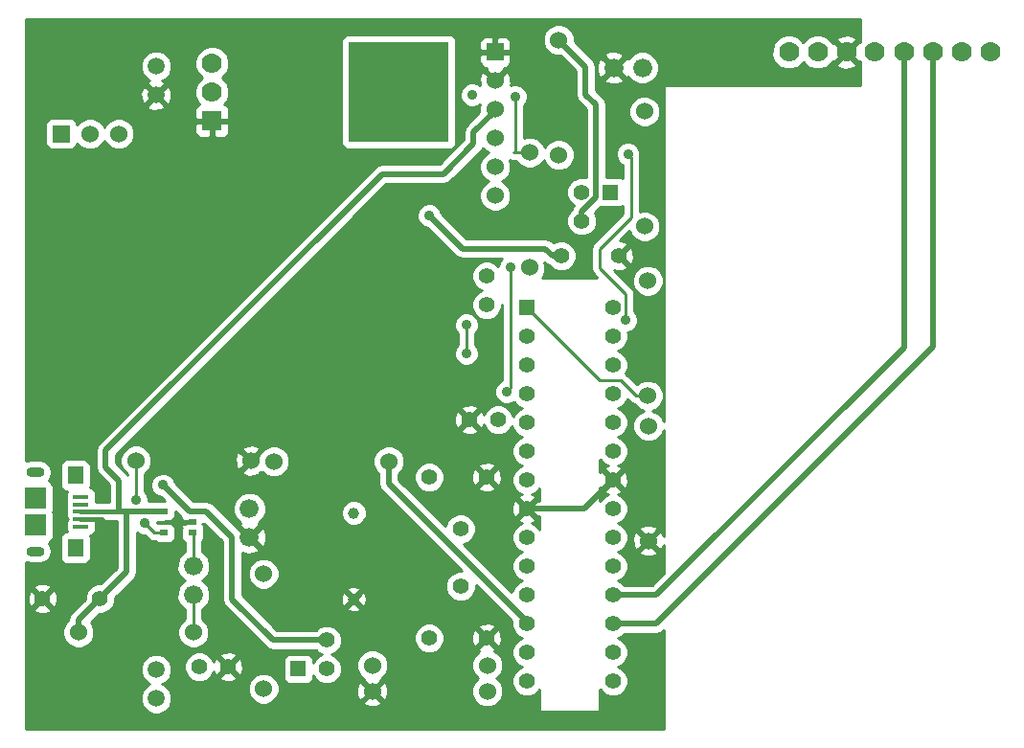
<source format=gtl>
G04 (created by PCBNEW (2013-07-07 BZR 4022)-stable) date 4/28/2015 11:34:22 PM*
%MOIN*%
G04 Gerber Fmt 3.4, Leading zero omitted, Abs format*
%FSLAX34Y34*%
G01*
G70*
G90*
G04 APERTURE LIST*
%ADD10C,0.00590551*%
%ADD11C,0.055*%
%ADD12R,0.055X0.055*%
%ADD13R,0.03X0.02*%
%ADD14C,0.06*%
%ADD15R,0.06X0.06*%
%ADD16C,0.066*%
%ADD17C,0.056*%
%ADD18C,0.07*%
%ADD19R,0.0531496X0.015748*%
%ADD20R,0.0551181X0.0629921*%
%ADD21O,0.0629921X0.0354331*%
%ADD22R,0.0748031X0.0748031*%
%ADD23C,0.0590551*%
%ADD24R,0.07X0.07*%
%ADD25R,0.35X0.35*%
%ADD26C,0.0393701*%
%ADD27C,0.035*%
%ADD28C,0.02*%
%ADD29C,0.0153937*%
%ADD30C,0.01*%
G04 APERTURE END LIST*
G54D10*
G54D11*
X30400Y-20100D03*
X30400Y-21100D03*
X30400Y-22100D03*
X30400Y-23100D03*
X30400Y-24100D03*
X30400Y-25100D03*
X30400Y-26100D03*
X30400Y-27100D03*
X30400Y-28100D03*
X30400Y-29100D03*
X30400Y-30100D03*
X30400Y-31100D03*
X30400Y-32100D03*
G54D12*
X30400Y-19100D03*
G54D11*
X33400Y-32100D03*
X33400Y-31100D03*
X33400Y-30100D03*
X33400Y-29100D03*
X33400Y-28100D03*
X33400Y-27100D03*
X33400Y-26100D03*
X33400Y-25100D03*
X33400Y-24100D03*
X33400Y-23100D03*
X33400Y-22100D03*
X33400Y-21100D03*
X33400Y-20100D03*
X33400Y-19100D03*
G54D12*
X22450Y-31675D03*
G54D11*
X23450Y-31675D03*
X23450Y-30675D03*
G54D13*
X18780Y-26935D03*
X18780Y-26185D03*
X17780Y-26935D03*
X18780Y-26560D03*
X17780Y-26185D03*
G54D14*
X31510Y-9780D03*
X31510Y-13780D03*
X25025Y-31550D03*
X29025Y-31550D03*
X14800Y-30400D03*
X18800Y-30400D03*
X34635Y-23215D03*
X34635Y-27215D03*
X30500Y-17700D03*
X30500Y-13700D03*
X21600Y-24450D03*
X25600Y-24450D03*
X25025Y-32450D03*
X29025Y-32450D03*
X16800Y-24425D03*
X20800Y-24425D03*
G54D15*
X29300Y-10200D03*
G54D14*
X29300Y-11200D03*
X29300Y-12200D03*
X29300Y-13200D03*
X29300Y-14200D03*
X29300Y-15200D03*
G54D16*
X18800Y-29100D03*
X18800Y-28100D03*
X34425Y-10750D03*
X33425Y-10750D03*
X20750Y-26100D03*
X20750Y-27100D03*
G54D17*
X28100Y-28800D03*
X28100Y-26800D03*
G54D11*
X15550Y-29225D03*
X13550Y-29225D03*
X31600Y-17300D03*
X33600Y-17300D03*
X27000Y-30600D03*
X29000Y-30600D03*
X27000Y-25000D03*
X29000Y-25000D03*
X19000Y-31600D03*
X20000Y-31600D03*
X29000Y-19000D03*
X29000Y-18000D03*
X29400Y-23000D03*
X28400Y-23000D03*
G54D18*
X46520Y-10208D03*
X45520Y-10208D03*
X44520Y-10208D03*
X43520Y-10208D03*
X42519Y-10208D03*
X41520Y-10208D03*
X40520Y-10208D03*
X39520Y-10208D03*
G54D19*
X14884Y-25688D03*
X14884Y-25944D03*
X14884Y-26200D03*
X14884Y-26455D03*
X14884Y-26711D03*
G54D20*
X14697Y-24940D03*
X14697Y-27459D03*
G54D21*
X13300Y-24822D03*
X13300Y-27577D03*
G54D22*
X13300Y-25727D03*
X13300Y-26672D03*
G54D23*
X17500Y-11700D03*
X17500Y-10700D03*
X17500Y-32700D03*
X17500Y-31700D03*
G54D24*
X19450Y-12600D03*
G54D18*
X19450Y-10600D03*
X19450Y-11600D03*
G54D25*
X25950Y-11600D03*
G54D12*
X33310Y-15080D03*
G54D11*
X32310Y-15080D03*
X32310Y-16080D03*
G54D14*
X34610Y-22160D03*
X34610Y-18160D03*
X34500Y-16275D03*
X34500Y-12275D03*
G54D15*
X14200Y-13050D03*
G54D14*
X15200Y-13050D03*
X16200Y-13050D03*
G54D26*
X24375Y-26253D03*
X24375Y-29246D03*
G54D14*
X21240Y-32360D03*
X21240Y-28360D03*
G54D27*
X29825Y-17700D03*
X29700Y-22025D03*
X28500Y-11700D03*
X30000Y-11750D03*
X16800Y-25800D03*
X17100Y-26600D03*
X28300Y-20700D03*
X28300Y-19700D03*
X27010Y-15900D03*
X17740Y-25270D03*
X33920Y-13750D03*
X33850Y-19530D03*
G54D28*
X30400Y-26100D02*
X32400Y-26100D01*
X32400Y-26100D02*
X33400Y-25100D01*
G54D29*
X14884Y-26455D02*
X15615Y-26455D01*
X15615Y-26455D02*
X15810Y-26650D01*
G54D30*
X29825Y-21900D02*
X29825Y-17700D01*
X29700Y-22025D02*
X29825Y-21900D01*
X30400Y-30100D02*
X30400Y-30025D01*
G54D28*
X25600Y-25225D02*
X25600Y-24450D01*
X30400Y-30025D02*
X25600Y-25225D01*
G54D30*
X30500Y-13700D02*
X29950Y-13700D01*
X30000Y-13650D02*
X30000Y-11750D01*
X29950Y-13700D02*
X30000Y-13650D01*
X18800Y-28100D02*
X18800Y-26955D01*
X18800Y-26955D02*
X18780Y-26935D01*
X18800Y-30400D02*
X18800Y-29100D01*
X17780Y-26935D02*
X17435Y-26935D01*
X16800Y-25800D02*
X16800Y-24400D01*
X17435Y-26935D02*
X17100Y-26600D01*
G54D28*
X33400Y-29100D02*
X34915Y-29100D01*
X43520Y-20495D02*
X43520Y-10208D01*
X34915Y-29100D02*
X43520Y-20495D01*
X33400Y-30100D02*
X34895Y-30100D01*
X44520Y-20475D02*
X44520Y-10208D01*
X34895Y-30100D02*
X44520Y-20475D01*
G54D30*
X34610Y-22160D02*
X34195Y-22160D01*
X32930Y-21630D02*
X30400Y-19100D01*
X33665Y-21630D02*
X32930Y-21630D01*
X34195Y-22160D02*
X33665Y-21630D01*
G54D28*
X16215Y-26185D02*
X16215Y-25115D01*
X16215Y-25115D02*
X15750Y-24650D01*
X16265Y-26185D02*
X16215Y-26185D01*
X27500Y-14450D02*
X25375Y-14450D01*
X25375Y-14450D02*
X15750Y-24075D01*
G54D30*
X29300Y-12200D02*
X29300Y-12250D01*
G54D28*
X15750Y-24075D02*
X15750Y-24650D01*
X28550Y-13400D02*
X27500Y-14450D01*
X28550Y-13000D02*
X28550Y-13400D01*
X29300Y-12250D02*
X28550Y-13000D01*
G54D29*
X14884Y-26200D02*
X16250Y-26200D01*
X16250Y-26200D02*
X16265Y-26185D01*
G54D28*
X17780Y-26185D02*
X16265Y-26185D01*
X15550Y-29225D02*
X16475Y-28300D01*
X16475Y-26225D02*
X16500Y-26200D01*
X16475Y-28300D02*
X16475Y-26225D01*
X14800Y-30400D02*
X14800Y-29975D01*
X14800Y-29975D02*
X15550Y-29225D01*
X16690Y-26200D02*
X17400Y-26200D01*
X16500Y-26200D02*
X16690Y-26200D01*
G54D30*
X17765Y-26200D02*
X17780Y-26185D01*
G54D28*
X17400Y-26200D02*
X17765Y-26200D01*
G54D30*
X28300Y-19700D02*
X28300Y-20700D01*
G54D28*
X28160Y-17050D02*
X27010Y-15900D01*
X28950Y-17050D02*
X28160Y-17050D01*
X20150Y-29250D02*
X20150Y-27090D01*
X19245Y-26185D02*
X18780Y-26185D01*
X20150Y-27090D02*
X19245Y-26185D01*
X23450Y-30675D02*
X21575Y-30675D01*
X18780Y-26185D02*
X18655Y-26185D01*
X18655Y-26185D02*
X17740Y-25270D01*
X28950Y-17050D02*
X31050Y-17050D01*
X31050Y-17050D02*
X31300Y-17300D01*
X31300Y-17300D02*
X31600Y-17300D01*
X32310Y-16080D02*
X32310Y-15760D01*
X32450Y-10720D02*
X31510Y-9780D01*
X32450Y-11680D02*
X32450Y-10720D01*
X32810Y-12040D02*
X32450Y-11680D01*
X32810Y-15260D02*
X32810Y-12040D01*
X32310Y-15760D02*
X32810Y-15260D01*
X20150Y-29250D02*
X21575Y-30675D01*
G54D30*
X33850Y-19530D02*
X33850Y-18640D01*
X32940Y-17050D02*
X34040Y-15950D01*
X32940Y-17730D02*
X32940Y-17050D01*
X33850Y-18640D02*
X32940Y-17730D01*
X34040Y-13870D02*
X33920Y-13750D01*
X34040Y-15950D02*
X34040Y-13870D01*
G54D10*
G36*
X35170Y-28350D02*
X34950Y-28569D01*
X34950Y-27600D01*
X34635Y-27285D01*
X34564Y-27356D01*
X34564Y-27215D01*
X34249Y-26899D01*
X34153Y-26927D01*
X34080Y-27133D01*
X34091Y-27351D01*
X34153Y-27502D01*
X34249Y-27530D01*
X34564Y-27215D01*
X34564Y-27356D01*
X34319Y-27600D01*
X34347Y-27696D01*
X34553Y-27769D01*
X34771Y-27758D01*
X34922Y-27696D01*
X34950Y-27600D01*
X34950Y-28569D01*
X34770Y-28750D01*
X33929Y-28750D01*
X33929Y-25175D01*
X33918Y-24967D01*
X33860Y-24827D01*
X33767Y-24802D01*
X33470Y-25100D01*
X33767Y-25397D01*
X33860Y-25372D01*
X33929Y-25175D01*
X33929Y-28750D01*
X33792Y-28750D01*
X33697Y-28655D01*
X33564Y-28599D01*
X33697Y-28545D01*
X33844Y-28397D01*
X33924Y-28204D01*
X33925Y-27996D01*
X33845Y-27803D01*
X33697Y-27655D01*
X33564Y-27599D01*
X33697Y-27545D01*
X33844Y-27397D01*
X33924Y-27204D01*
X33925Y-26996D01*
X33845Y-26803D01*
X33697Y-26655D01*
X33564Y-26599D01*
X33697Y-26545D01*
X33844Y-26397D01*
X33924Y-26204D01*
X33925Y-25996D01*
X33845Y-25803D01*
X33697Y-25655D01*
X33571Y-25602D01*
X33672Y-25560D01*
X33697Y-25467D01*
X33400Y-25170D01*
X33102Y-25467D01*
X33127Y-25560D01*
X33237Y-25599D01*
X33103Y-25654D01*
X32955Y-25802D01*
X32950Y-25814D01*
X32950Y-25375D01*
X33032Y-25397D01*
X33329Y-25100D01*
X33032Y-24802D01*
X32950Y-24824D01*
X32950Y-24385D01*
X32954Y-24397D01*
X33102Y-24544D01*
X33228Y-24597D01*
X33127Y-24639D01*
X33102Y-24732D01*
X33400Y-25029D01*
X33697Y-24732D01*
X33672Y-24639D01*
X33562Y-24600D01*
X33697Y-24545D01*
X33844Y-24397D01*
X33924Y-24204D01*
X33925Y-23996D01*
X33845Y-23803D01*
X33697Y-23655D01*
X33564Y-23599D01*
X33697Y-23545D01*
X33844Y-23397D01*
X33924Y-23204D01*
X33925Y-22996D01*
X33845Y-22803D01*
X33697Y-22655D01*
X33564Y-22599D01*
X33697Y-22545D01*
X33844Y-22397D01*
X33892Y-22282D01*
X33982Y-22372D01*
X33982Y-22372D01*
X34080Y-22437D01*
X34133Y-22447D01*
X34143Y-22471D01*
X34298Y-22625D01*
X34458Y-22692D01*
X34323Y-22748D01*
X34169Y-22903D01*
X34085Y-23105D01*
X34084Y-23323D01*
X34168Y-23526D01*
X34323Y-23680D01*
X34525Y-23764D01*
X34743Y-23765D01*
X34946Y-23681D01*
X35100Y-23526D01*
X35170Y-23360D01*
X35170Y-27056D01*
X35116Y-26927D01*
X35020Y-26899D01*
X34950Y-26970D01*
X34950Y-26829D01*
X34922Y-26733D01*
X34716Y-26660D01*
X34498Y-26671D01*
X34347Y-26733D01*
X34319Y-26829D01*
X34635Y-27144D01*
X34950Y-26829D01*
X34950Y-26970D01*
X34705Y-27215D01*
X35020Y-27530D01*
X35116Y-27502D01*
X35170Y-27352D01*
X35170Y-28350D01*
X35170Y-28350D01*
G37*
G54D30*
X35170Y-28350D02*
X34950Y-28569D01*
X34950Y-27600D01*
X34635Y-27285D01*
X34564Y-27356D01*
X34564Y-27215D01*
X34249Y-26899D01*
X34153Y-26927D01*
X34080Y-27133D01*
X34091Y-27351D01*
X34153Y-27502D01*
X34249Y-27530D01*
X34564Y-27215D01*
X34564Y-27356D01*
X34319Y-27600D01*
X34347Y-27696D01*
X34553Y-27769D01*
X34771Y-27758D01*
X34922Y-27696D01*
X34950Y-27600D01*
X34950Y-28569D01*
X34770Y-28750D01*
X33929Y-28750D01*
X33929Y-25175D01*
X33918Y-24967D01*
X33860Y-24827D01*
X33767Y-24802D01*
X33470Y-25100D01*
X33767Y-25397D01*
X33860Y-25372D01*
X33929Y-25175D01*
X33929Y-28750D01*
X33792Y-28750D01*
X33697Y-28655D01*
X33564Y-28599D01*
X33697Y-28545D01*
X33844Y-28397D01*
X33924Y-28204D01*
X33925Y-27996D01*
X33845Y-27803D01*
X33697Y-27655D01*
X33564Y-27599D01*
X33697Y-27545D01*
X33844Y-27397D01*
X33924Y-27204D01*
X33925Y-26996D01*
X33845Y-26803D01*
X33697Y-26655D01*
X33564Y-26599D01*
X33697Y-26545D01*
X33844Y-26397D01*
X33924Y-26204D01*
X33925Y-25996D01*
X33845Y-25803D01*
X33697Y-25655D01*
X33571Y-25602D01*
X33672Y-25560D01*
X33697Y-25467D01*
X33400Y-25170D01*
X33102Y-25467D01*
X33127Y-25560D01*
X33237Y-25599D01*
X33103Y-25654D01*
X32955Y-25802D01*
X32950Y-25814D01*
X32950Y-25375D01*
X33032Y-25397D01*
X33329Y-25100D01*
X33032Y-24802D01*
X32950Y-24824D01*
X32950Y-24385D01*
X32954Y-24397D01*
X33102Y-24544D01*
X33228Y-24597D01*
X33127Y-24639D01*
X33102Y-24732D01*
X33400Y-25029D01*
X33697Y-24732D01*
X33672Y-24639D01*
X33562Y-24600D01*
X33697Y-24545D01*
X33844Y-24397D01*
X33924Y-24204D01*
X33925Y-23996D01*
X33845Y-23803D01*
X33697Y-23655D01*
X33564Y-23599D01*
X33697Y-23545D01*
X33844Y-23397D01*
X33924Y-23204D01*
X33925Y-22996D01*
X33845Y-22803D01*
X33697Y-22655D01*
X33564Y-22599D01*
X33697Y-22545D01*
X33844Y-22397D01*
X33892Y-22282D01*
X33982Y-22372D01*
X33982Y-22372D01*
X34080Y-22437D01*
X34133Y-22447D01*
X34143Y-22471D01*
X34298Y-22625D01*
X34458Y-22692D01*
X34323Y-22748D01*
X34169Y-22903D01*
X34085Y-23105D01*
X34084Y-23323D01*
X34168Y-23526D01*
X34323Y-23680D01*
X34525Y-23764D01*
X34743Y-23765D01*
X34946Y-23681D01*
X35100Y-23526D01*
X35170Y-23360D01*
X35170Y-27056D01*
X35116Y-26927D01*
X35020Y-26899D01*
X34950Y-26970D01*
X34950Y-26829D01*
X34922Y-26733D01*
X34716Y-26660D01*
X34498Y-26671D01*
X34347Y-26733D01*
X34319Y-26829D01*
X34635Y-27144D01*
X34950Y-26829D01*
X34950Y-26970D01*
X34705Y-27215D01*
X35020Y-27530D01*
X35116Y-27502D01*
X35170Y-27352D01*
X35170Y-28350D01*
G54D10*
G36*
X42000Y-11365D02*
X41871Y-11365D01*
X41871Y-10630D01*
X41520Y-10278D01*
X41449Y-10349D01*
X41449Y-10208D01*
X41097Y-9856D01*
X41032Y-9878D01*
X41028Y-9868D01*
X40860Y-9699D01*
X40639Y-9608D01*
X40401Y-9607D01*
X40180Y-9699D01*
X40019Y-9859D01*
X39860Y-9699D01*
X39639Y-9608D01*
X39401Y-9607D01*
X39180Y-9699D01*
X39011Y-9867D01*
X38920Y-10088D01*
X38919Y-10326D01*
X39011Y-10547D01*
X39179Y-10716D01*
X39400Y-10807D01*
X39638Y-10808D01*
X39859Y-10716D01*
X40020Y-10556D01*
X40179Y-10716D01*
X40400Y-10807D01*
X40638Y-10808D01*
X40859Y-10716D01*
X41028Y-10548D01*
X41032Y-10537D01*
X41097Y-10559D01*
X41449Y-10208D01*
X41449Y-10349D01*
X41168Y-10630D01*
X41202Y-10730D01*
X41426Y-10812D01*
X41664Y-10802D01*
X41837Y-10730D01*
X41871Y-10630D01*
X41871Y-11365D01*
X35170Y-11365D01*
X35170Y-23069D01*
X35101Y-22903D01*
X34946Y-22749D01*
X34786Y-22682D01*
X34921Y-22626D01*
X35075Y-22471D01*
X35159Y-22269D01*
X35160Y-22051D01*
X35160Y-18051D01*
X35076Y-17848D01*
X34921Y-17694D01*
X34719Y-17610D01*
X34501Y-17609D01*
X34298Y-17693D01*
X34144Y-17848D01*
X34129Y-17882D01*
X34129Y-17375D01*
X34118Y-17167D01*
X34060Y-17027D01*
X33967Y-17002D01*
X33670Y-17300D01*
X33967Y-17597D01*
X34060Y-17572D01*
X34129Y-17375D01*
X34129Y-17882D01*
X34060Y-18050D01*
X34059Y-18268D01*
X34143Y-18471D01*
X34298Y-18625D01*
X34500Y-18709D01*
X34718Y-18710D01*
X34921Y-18626D01*
X35075Y-18471D01*
X35159Y-18269D01*
X35160Y-18051D01*
X35160Y-22051D01*
X35076Y-21848D01*
X34921Y-21694D01*
X34719Y-21610D01*
X34501Y-21609D01*
X34298Y-21693D01*
X34225Y-21766D01*
X33877Y-21417D01*
X33845Y-21396D01*
X33924Y-21204D01*
X33925Y-20996D01*
X33845Y-20803D01*
X33697Y-20655D01*
X33564Y-20599D01*
X33697Y-20545D01*
X33844Y-20397D01*
X33924Y-20204D01*
X33925Y-19996D01*
X33908Y-19955D01*
X33934Y-19955D01*
X34090Y-19890D01*
X34210Y-19771D01*
X34274Y-19614D01*
X34275Y-19445D01*
X34210Y-19289D01*
X34150Y-19228D01*
X34150Y-18640D01*
X34127Y-18525D01*
X34062Y-18427D01*
X34062Y-18427D01*
X33431Y-17797D01*
X33524Y-17829D01*
X33732Y-17818D01*
X33872Y-17760D01*
X33897Y-17667D01*
X33600Y-17370D01*
X33594Y-17376D01*
X33523Y-17305D01*
X33529Y-17300D01*
X33523Y-17294D01*
X33594Y-17223D01*
X33600Y-17229D01*
X33897Y-16932D01*
X33872Y-16839D01*
X33675Y-16770D01*
X33642Y-16771D01*
X33973Y-16440D01*
X34033Y-16586D01*
X34188Y-16740D01*
X34390Y-16824D01*
X34608Y-16825D01*
X34811Y-16741D01*
X34965Y-16586D01*
X35049Y-16384D01*
X35050Y-16166D01*
X35050Y-12166D01*
X35005Y-12057D01*
X35005Y-10635D01*
X34916Y-10421D01*
X34753Y-10258D01*
X34540Y-10170D01*
X34310Y-10169D01*
X34096Y-10258D01*
X33933Y-10421D01*
X33924Y-10442D01*
X33832Y-10413D01*
X33761Y-10483D01*
X33761Y-10342D01*
X33730Y-10243D01*
X33513Y-10165D01*
X33283Y-10175D01*
X33119Y-10243D01*
X33088Y-10342D01*
X33425Y-10679D01*
X33761Y-10342D01*
X33761Y-10483D01*
X33495Y-10750D01*
X33832Y-11086D01*
X33924Y-11057D01*
X33933Y-11078D01*
X34096Y-11241D01*
X34309Y-11329D01*
X34539Y-11330D01*
X34753Y-11241D01*
X34916Y-11078D01*
X35004Y-10865D01*
X35005Y-10635D01*
X35005Y-12057D01*
X34966Y-11963D01*
X34811Y-11809D01*
X34609Y-11725D01*
X34391Y-11724D01*
X34188Y-11808D01*
X34034Y-11963D01*
X33950Y-12165D01*
X33949Y-12383D01*
X34033Y-12586D01*
X34188Y-12740D01*
X34390Y-12824D01*
X34608Y-12825D01*
X34811Y-12741D01*
X34965Y-12586D01*
X35049Y-12384D01*
X35050Y-12166D01*
X35050Y-16166D01*
X34966Y-15963D01*
X34811Y-15809D01*
X34609Y-15725D01*
X34391Y-15724D01*
X34340Y-15746D01*
X34340Y-13870D01*
X34336Y-13854D01*
X34344Y-13834D01*
X34345Y-13665D01*
X34280Y-13509D01*
X34161Y-13389D01*
X34004Y-13325D01*
X33835Y-13324D01*
X33761Y-13355D01*
X33761Y-11157D01*
X33425Y-10820D01*
X33354Y-10891D01*
X33354Y-10750D01*
X33017Y-10413D01*
X32918Y-10444D01*
X32840Y-10661D01*
X32850Y-10891D01*
X32918Y-11055D01*
X33017Y-11086D01*
X33354Y-10750D01*
X33354Y-10891D01*
X33088Y-11157D01*
X33119Y-11256D01*
X33336Y-11334D01*
X33566Y-11324D01*
X33730Y-11256D01*
X33761Y-11157D01*
X33761Y-13355D01*
X33679Y-13389D01*
X33559Y-13508D01*
X33495Y-13665D01*
X33494Y-13834D01*
X33559Y-13990D01*
X33678Y-14110D01*
X33740Y-14135D01*
X33740Y-14606D01*
X33726Y-14593D01*
X33634Y-14555D01*
X33535Y-14554D01*
X33160Y-14554D01*
X33160Y-12040D01*
X33159Y-12039D01*
X33133Y-11906D01*
X33057Y-11792D01*
X33057Y-11792D01*
X32800Y-11535D01*
X32800Y-10720D01*
X32773Y-10586D01*
X32697Y-10472D01*
X32059Y-9834D01*
X32060Y-9671D01*
X31976Y-9468D01*
X31821Y-9314D01*
X31619Y-9230D01*
X31401Y-9229D01*
X31198Y-9313D01*
X31044Y-9468D01*
X30960Y-9670D01*
X30959Y-9888D01*
X31043Y-10091D01*
X31198Y-10245D01*
X31400Y-10329D01*
X31565Y-10330D01*
X32100Y-10864D01*
X32100Y-11680D01*
X32126Y-11813D01*
X32202Y-11927D01*
X32460Y-12184D01*
X32460Y-14573D01*
X32414Y-14555D01*
X32206Y-14554D01*
X32060Y-14615D01*
X32060Y-13671D01*
X31976Y-13468D01*
X31821Y-13314D01*
X31619Y-13230D01*
X31401Y-13229D01*
X31198Y-13313D01*
X31044Y-13468D01*
X31021Y-13522D01*
X30966Y-13388D01*
X30811Y-13234D01*
X30609Y-13150D01*
X30391Y-13149D01*
X30300Y-13187D01*
X30300Y-12051D01*
X30360Y-11991D01*
X30424Y-11834D01*
X30425Y-11665D01*
X30360Y-11509D01*
X30241Y-11389D01*
X30084Y-11325D01*
X29915Y-11324D01*
X29826Y-11361D01*
X29854Y-11281D01*
X29850Y-11187D01*
X29850Y-10549D01*
X29850Y-9850D01*
X29812Y-9758D01*
X29741Y-9688D01*
X29649Y-9650D01*
X29550Y-9649D01*
X29412Y-9650D01*
X29350Y-9712D01*
X29350Y-10150D01*
X29787Y-10150D01*
X29850Y-10087D01*
X29850Y-9850D01*
X29850Y-10549D01*
X29850Y-10312D01*
X29787Y-10250D01*
X29350Y-10250D01*
X29350Y-10257D01*
X29250Y-10257D01*
X29250Y-10250D01*
X29250Y-10150D01*
X29250Y-9712D01*
X29187Y-9650D01*
X29049Y-9649D01*
X28950Y-9650D01*
X28858Y-9688D01*
X28787Y-9758D01*
X28749Y-9850D01*
X28750Y-10087D01*
X28812Y-10150D01*
X29250Y-10150D01*
X29250Y-10250D01*
X28812Y-10250D01*
X28750Y-10312D01*
X28749Y-10549D01*
X28787Y-10641D01*
X28858Y-10711D01*
X28950Y-10749D01*
X29003Y-10750D01*
X28984Y-10814D01*
X29300Y-11129D01*
X29615Y-10814D01*
X29596Y-10750D01*
X29649Y-10749D01*
X29741Y-10711D01*
X29812Y-10641D01*
X29850Y-10549D01*
X29850Y-11187D01*
X29843Y-11063D01*
X29781Y-10912D01*
X29685Y-10884D01*
X29370Y-11200D01*
X29376Y-11205D01*
X29305Y-11276D01*
X29300Y-11270D01*
X29294Y-11276D01*
X29223Y-11205D01*
X29229Y-11200D01*
X28914Y-10884D01*
X28818Y-10912D01*
X28745Y-11118D01*
X28756Y-11336D01*
X28769Y-11368D01*
X28741Y-11339D01*
X28584Y-11275D01*
X28415Y-11274D01*
X28259Y-11339D01*
X28139Y-11458D01*
X28075Y-11615D01*
X28074Y-11784D01*
X28139Y-11940D01*
X28258Y-12060D01*
X28415Y-12124D01*
X28584Y-12125D01*
X28740Y-12060D01*
X28777Y-12023D01*
X28750Y-12090D01*
X28749Y-12305D01*
X28302Y-12752D01*
X28226Y-12866D01*
X28200Y-13000D01*
X28200Y-13255D01*
X27950Y-13504D01*
X27950Y-13300D01*
X27950Y-9800D01*
X27912Y-9708D01*
X27841Y-9638D01*
X27749Y-9600D01*
X27650Y-9599D01*
X24150Y-9599D01*
X24058Y-9637D01*
X23988Y-9708D01*
X23950Y-9800D01*
X23949Y-9899D01*
X23949Y-13399D01*
X23987Y-13491D01*
X24058Y-13561D01*
X24150Y-13599D01*
X24249Y-13600D01*
X27749Y-13600D01*
X27841Y-13562D01*
X27911Y-13491D01*
X27949Y-13399D01*
X27950Y-13300D01*
X27950Y-13504D01*
X27355Y-14100D01*
X25375Y-14100D01*
X25241Y-14126D01*
X25127Y-14202D01*
X20050Y-19279D01*
X20050Y-11481D01*
X19958Y-11260D01*
X19798Y-11099D01*
X19958Y-10940D01*
X20049Y-10719D01*
X20050Y-10481D01*
X19958Y-10260D01*
X19790Y-10091D01*
X19569Y-10000D01*
X19331Y-9999D01*
X19110Y-10091D01*
X18941Y-10259D01*
X18850Y-10480D01*
X18849Y-10718D01*
X18941Y-10939D01*
X19101Y-11100D01*
X18941Y-11259D01*
X18850Y-11480D01*
X18849Y-11718D01*
X18941Y-11939D01*
X19015Y-12014D01*
X18958Y-12037D01*
X18888Y-12108D01*
X18850Y-12200D01*
X18849Y-12299D01*
X18850Y-12487D01*
X18912Y-12550D01*
X19400Y-12550D01*
X19400Y-12542D01*
X19500Y-12542D01*
X19500Y-12550D01*
X19987Y-12550D01*
X20050Y-12487D01*
X20050Y-12299D01*
X20049Y-12200D01*
X20011Y-12108D01*
X19941Y-12037D01*
X19884Y-12014D01*
X19958Y-11940D01*
X20049Y-11719D01*
X20050Y-11481D01*
X20050Y-19279D01*
X20050Y-19279D01*
X20050Y-12900D01*
X20050Y-12712D01*
X19987Y-12650D01*
X19500Y-12650D01*
X19500Y-13137D01*
X19562Y-13200D01*
X19849Y-13200D01*
X19941Y-13162D01*
X20011Y-13091D01*
X20049Y-12999D01*
X20050Y-12900D01*
X20050Y-19279D01*
X19400Y-19930D01*
X19400Y-13137D01*
X19400Y-12650D01*
X18912Y-12650D01*
X18850Y-12712D01*
X18849Y-12900D01*
X18850Y-12999D01*
X18888Y-13091D01*
X18958Y-13162D01*
X19050Y-13200D01*
X19337Y-13200D01*
X19400Y-13137D01*
X19400Y-19930D01*
X18050Y-21279D01*
X18050Y-11780D01*
X18045Y-11688D01*
X18045Y-10592D01*
X17962Y-10391D01*
X17809Y-10238D01*
X17608Y-10154D01*
X17392Y-10154D01*
X17191Y-10237D01*
X17038Y-10390D01*
X16954Y-10591D01*
X16954Y-10807D01*
X17037Y-11008D01*
X17190Y-11161D01*
X17275Y-11197D01*
X17214Y-11222D01*
X17188Y-11317D01*
X17500Y-11629D01*
X17811Y-11317D01*
X17785Y-11222D01*
X17719Y-11199D01*
X17808Y-11162D01*
X17961Y-11009D01*
X18045Y-10808D01*
X18045Y-10592D01*
X18045Y-11688D01*
X18039Y-11563D01*
X17977Y-11414D01*
X17882Y-11388D01*
X17570Y-11700D01*
X17882Y-12011D01*
X17977Y-11985D01*
X18050Y-11780D01*
X18050Y-21279D01*
X17811Y-21518D01*
X17811Y-12082D01*
X17500Y-11770D01*
X17429Y-11841D01*
X17429Y-11700D01*
X17117Y-11388D01*
X17022Y-11414D01*
X16949Y-11619D01*
X16960Y-11836D01*
X17022Y-11985D01*
X17117Y-12011D01*
X17429Y-11700D01*
X17429Y-11841D01*
X17188Y-12082D01*
X17214Y-12177D01*
X17419Y-12250D01*
X17636Y-12239D01*
X17785Y-12177D01*
X17811Y-12082D01*
X17811Y-21518D01*
X16750Y-22579D01*
X16750Y-12941D01*
X16666Y-12738D01*
X16511Y-12584D01*
X16309Y-12500D01*
X16091Y-12499D01*
X15888Y-12583D01*
X15734Y-12738D01*
X15700Y-12819D01*
X15666Y-12738D01*
X15511Y-12584D01*
X15309Y-12500D01*
X15091Y-12499D01*
X14888Y-12583D01*
X14750Y-12722D01*
X14750Y-12700D01*
X14712Y-12608D01*
X14641Y-12538D01*
X14549Y-12500D01*
X14450Y-12499D01*
X13850Y-12499D01*
X13758Y-12537D01*
X13688Y-12608D01*
X13650Y-12700D01*
X13649Y-12799D01*
X13649Y-13399D01*
X13687Y-13491D01*
X13758Y-13561D01*
X13850Y-13599D01*
X13949Y-13600D01*
X14549Y-13600D01*
X14641Y-13562D01*
X14711Y-13491D01*
X14749Y-13399D01*
X14749Y-13377D01*
X14888Y-13515D01*
X15090Y-13599D01*
X15308Y-13600D01*
X15511Y-13516D01*
X15665Y-13361D01*
X15699Y-13280D01*
X15733Y-13361D01*
X15888Y-13515D01*
X16090Y-13599D01*
X16308Y-13600D01*
X16511Y-13516D01*
X16665Y-13361D01*
X16749Y-13159D01*
X16750Y-12941D01*
X16750Y-22579D01*
X15502Y-23827D01*
X15426Y-23941D01*
X15400Y-24075D01*
X15400Y-24650D01*
X15426Y-24783D01*
X15502Y-24897D01*
X15865Y-25259D01*
X15865Y-25873D01*
X15400Y-25873D01*
X15400Y-25815D01*
X15400Y-25815D01*
X15400Y-25717D01*
X15400Y-25559D01*
X15362Y-25468D01*
X15292Y-25397D01*
X15200Y-25359D01*
X15223Y-25305D01*
X15223Y-25205D01*
X15223Y-24575D01*
X15185Y-24483D01*
X15115Y-24413D01*
X15023Y-24375D01*
X14923Y-24375D01*
X14372Y-24375D01*
X14280Y-24413D01*
X14210Y-24483D01*
X14172Y-24575D01*
X14172Y-24674D01*
X14172Y-25304D01*
X14209Y-25396D01*
X14280Y-25466D01*
X14372Y-25505D01*
X14391Y-25505D01*
X14368Y-25559D01*
X14368Y-25658D01*
X14368Y-25816D01*
X14368Y-25816D01*
X14368Y-25914D01*
X14368Y-26072D01*
X14368Y-26072D01*
X14368Y-26170D01*
X14368Y-26327D01*
X14368Y-26328D01*
X14368Y-26328D01*
X14368Y-26354D01*
X14386Y-26372D01*
X14406Y-26420D01*
X14442Y-26455D01*
X14407Y-26491D01*
X14386Y-26539D01*
X14368Y-26557D01*
X14368Y-26584D01*
X14368Y-26584D01*
X14368Y-26682D01*
X14368Y-26840D01*
X14391Y-26894D01*
X14372Y-26894D01*
X14280Y-26932D01*
X14210Y-27003D01*
X14172Y-27094D01*
X14172Y-27194D01*
X14172Y-27824D01*
X14209Y-27916D01*
X14280Y-27986D01*
X14372Y-28024D01*
X14471Y-28024D01*
X15022Y-28024D01*
X15114Y-27986D01*
X15185Y-27916D01*
X15223Y-27824D01*
X15223Y-27725D01*
X15223Y-27095D01*
X15200Y-27040D01*
X15291Y-27002D01*
X15362Y-26932D01*
X15400Y-26840D01*
X15400Y-26741D01*
X15400Y-26584D01*
X15400Y-26583D01*
X15400Y-26583D01*
X15400Y-26557D01*
X15382Y-26539D01*
X15377Y-26526D01*
X16125Y-26526D01*
X16125Y-28155D01*
X15579Y-28700D01*
X15446Y-28699D01*
X15253Y-28779D01*
X15105Y-28927D01*
X15025Y-29120D01*
X15024Y-29255D01*
X14552Y-29727D01*
X14476Y-29841D01*
X14450Y-29971D01*
X14334Y-30088D01*
X14250Y-30290D01*
X14249Y-30508D01*
X14333Y-30711D01*
X14488Y-30865D01*
X14690Y-30949D01*
X14908Y-30950D01*
X15111Y-30866D01*
X15265Y-30711D01*
X15349Y-30509D01*
X15350Y-30291D01*
X15266Y-30088D01*
X15223Y-30046D01*
X15520Y-29749D01*
X15653Y-29750D01*
X15847Y-29670D01*
X15994Y-29522D01*
X16074Y-29329D01*
X16075Y-29194D01*
X16722Y-28547D01*
X16722Y-28547D01*
X16722Y-28547D01*
X16798Y-28433D01*
X16825Y-28300D01*
X16824Y-28300D01*
X16825Y-28300D01*
X16825Y-26926D01*
X16858Y-26960D01*
X17015Y-27024D01*
X17100Y-27025D01*
X17222Y-27147D01*
X17222Y-27147D01*
X17320Y-27212D01*
X17435Y-27235D01*
X17476Y-27235D01*
X17488Y-27246D01*
X17580Y-27284D01*
X17679Y-27285D01*
X17979Y-27285D01*
X18071Y-27247D01*
X18141Y-27176D01*
X18179Y-27084D01*
X18180Y-26985D01*
X18180Y-26785D01*
X18142Y-26693D01*
X18071Y-26623D01*
X17979Y-26585D01*
X17880Y-26584D01*
X17580Y-26584D01*
X17530Y-26605D01*
X17524Y-26600D01*
X17525Y-26550D01*
X17765Y-26550D01*
X17840Y-26535D01*
X17979Y-26535D01*
X18071Y-26497D01*
X18141Y-26426D01*
X18179Y-26334D01*
X18180Y-26235D01*
X18180Y-26205D01*
X18381Y-26406D01*
X18379Y-26410D01*
X18380Y-26447D01*
X18442Y-26510D01*
X18519Y-26510D01*
X18580Y-26534D01*
X18679Y-26535D01*
X18837Y-26535D01*
X18837Y-26584D01*
X18580Y-26584D01*
X18519Y-26610D01*
X18442Y-26610D01*
X18380Y-26672D01*
X18379Y-26709D01*
X18395Y-26747D01*
X18380Y-26785D01*
X18379Y-26884D01*
X18379Y-27084D01*
X18417Y-27176D01*
X18488Y-27246D01*
X18500Y-27251D01*
X18500Y-27596D01*
X18471Y-27608D01*
X18308Y-27771D01*
X18220Y-27984D01*
X18219Y-28214D01*
X18308Y-28428D01*
X18471Y-28591D01*
X18491Y-28599D01*
X18471Y-28608D01*
X18308Y-28771D01*
X18220Y-28984D01*
X18219Y-29214D01*
X18308Y-29428D01*
X18471Y-29591D01*
X18500Y-29603D01*
X18500Y-29928D01*
X18488Y-29933D01*
X18334Y-30088D01*
X18250Y-30290D01*
X18249Y-30508D01*
X18333Y-30711D01*
X18488Y-30865D01*
X18690Y-30949D01*
X18908Y-30950D01*
X19111Y-30866D01*
X19265Y-30711D01*
X19349Y-30509D01*
X19350Y-30291D01*
X19266Y-30088D01*
X19111Y-29934D01*
X19100Y-29929D01*
X19100Y-29603D01*
X19128Y-29591D01*
X19291Y-29428D01*
X19379Y-29215D01*
X19380Y-28985D01*
X19291Y-28771D01*
X19128Y-28608D01*
X19108Y-28600D01*
X19128Y-28591D01*
X19291Y-28428D01*
X19379Y-28215D01*
X19380Y-27985D01*
X19291Y-27771D01*
X19128Y-27608D01*
X19100Y-27596D01*
X19100Y-27218D01*
X19141Y-27176D01*
X19179Y-27084D01*
X19180Y-26985D01*
X19180Y-26785D01*
X19164Y-26747D01*
X19180Y-26709D01*
X19180Y-26672D01*
X19117Y-26610D01*
X19175Y-26610D01*
X19800Y-27234D01*
X19800Y-29250D01*
X19826Y-29383D01*
X19902Y-29497D01*
X21327Y-30922D01*
X21327Y-30922D01*
X21441Y-30998D01*
X21574Y-31024D01*
X21575Y-31025D01*
X23057Y-31025D01*
X23152Y-31119D01*
X23285Y-31175D01*
X23153Y-31229D01*
X23005Y-31377D01*
X22975Y-31449D01*
X22975Y-31350D01*
X22937Y-31258D01*
X22866Y-31188D01*
X22774Y-31150D01*
X22675Y-31149D01*
X22125Y-31149D01*
X22033Y-31187D01*
X21963Y-31258D01*
X21925Y-31350D01*
X21924Y-31449D01*
X21924Y-31999D01*
X21962Y-32091D01*
X22033Y-32161D01*
X22125Y-32199D01*
X22224Y-32200D01*
X22774Y-32200D01*
X22866Y-32162D01*
X22936Y-32091D01*
X22974Y-31999D01*
X22975Y-31900D01*
X22975Y-31900D01*
X23004Y-31972D01*
X23152Y-32119D01*
X23345Y-32199D01*
X23553Y-32200D01*
X23747Y-32120D01*
X23894Y-31972D01*
X23974Y-31779D01*
X23975Y-31571D01*
X23895Y-31378D01*
X23747Y-31230D01*
X23614Y-31174D01*
X23747Y-31120D01*
X23894Y-30972D01*
X23974Y-30779D01*
X23975Y-30571D01*
X23895Y-30378D01*
X23747Y-30230D01*
X23554Y-30150D01*
X23346Y-30149D01*
X23153Y-30229D01*
X23057Y-30325D01*
X22150Y-30325D01*
X22150Y-24341D01*
X22066Y-24138D01*
X21911Y-23984D01*
X21709Y-23900D01*
X21491Y-23899D01*
X21288Y-23983D01*
X21134Y-24138D01*
X21117Y-24178D01*
X21115Y-24180D01*
X21115Y-24039D01*
X21087Y-23943D01*
X20881Y-23870D01*
X20663Y-23881D01*
X20512Y-23943D01*
X20484Y-24039D01*
X20800Y-24354D01*
X21115Y-24039D01*
X21115Y-24180D01*
X20870Y-24425D01*
X20876Y-24430D01*
X20805Y-24501D01*
X20800Y-24495D01*
X20729Y-24566D01*
X20729Y-24425D01*
X20414Y-24109D01*
X20318Y-24137D01*
X20245Y-24343D01*
X20256Y-24561D01*
X20318Y-24712D01*
X20414Y-24740D01*
X20729Y-24425D01*
X20729Y-24566D01*
X20484Y-24810D01*
X20512Y-24906D01*
X20718Y-24979D01*
X20936Y-24968D01*
X21087Y-24906D01*
X21115Y-24810D01*
X21115Y-24810D01*
X21160Y-24856D01*
X21194Y-24822D01*
X21288Y-24915D01*
X21490Y-24999D01*
X21708Y-25000D01*
X21911Y-24916D01*
X22065Y-24761D01*
X22149Y-24559D01*
X22150Y-24341D01*
X22150Y-30325D01*
X21790Y-30325D01*
X21790Y-28251D01*
X21706Y-28048D01*
X21551Y-27894D01*
X21349Y-27810D01*
X21334Y-27810D01*
X21334Y-27188D01*
X21330Y-27089D01*
X21330Y-25985D01*
X21241Y-25771D01*
X21115Y-25644D01*
X21078Y-25608D01*
X20865Y-25520D01*
X20635Y-25519D01*
X20421Y-25608D01*
X20258Y-25771D01*
X20170Y-25984D01*
X20169Y-26214D01*
X20258Y-26428D01*
X20421Y-26591D01*
X20442Y-26600D01*
X20413Y-26692D01*
X20750Y-27029D01*
X21086Y-26692D01*
X21057Y-26600D01*
X21078Y-26591D01*
X21241Y-26428D01*
X21329Y-26215D01*
X21330Y-25985D01*
X21330Y-27089D01*
X21324Y-26958D01*
X21256Y-26794D01*
X21157Y-26763D01*
X20820Y-27100D01*
X21157Y-27436D01*
X21256Y-27405D01*
X21334Y-27188D01*
X21334Y-27810D01*
X21131Y-27809D01*
X20928Y-27893D01*
X20774Y-28048D01*
X20690Y-28250D01*
X20689Y-28468D01*
X20773Y-28671D01*
X20928Y-28825D01*
X21130Y-28909D01*
X21348Y-28910D01*
X21551Y-28826D01*
X21705Y-28671D01*
X21789Y-28469D01*
X21790Y-28251D01*
X21790Y-30325D01*
X21719Y-30325D01*
X20500Y-29105D01*
X20500Y-27626D01*
X20661Y-27684D01*
X20891Y-27674D01*
X21055Y-27606D01*
X21086Y-27507D01*
X20750Y-27170D01*
X20744Y-27176D01*
X20673Y-27105D01*
X20679Y-27100D01*
X20342Y-26763D01*
X20323Y-26768D01*
X19492Y-25937D01*
X19378Y-25861D01*
X19245Y-25835D01*
X18929Y-25835D01*
X18880Y-25834D01*
X18799Y-25834D01*
X18165Y-25200D01*
X18165Y-25185D01*
X18100Y-25029D01*
X17981Y-24909D01*
X17824Y-24845D01*
X17655Y-24844D01*
X17499Y-24909D01*
X17379Y-25028D01*
X17315Y-25185D01*
X17314Y-25354D01*
X17379Y-25510D01*
X17498Y-25630D01*
X17655Y-25694D01*
X17669Y-25694D01*
X17809Y-25834D01*
X17580Y-25834D01*
X17580Y-25835D01*
X17224Y-25835D01*
X17225Y-25715D01*
X17160Y-25559D01*
X17100Y-25498D01*
X17100Y-24896D01*
X17111Y-24891D01*
X17265Y-24736D01*
X17349Y-24534D01*
X17350Y-24316D01*
X17266Y-24113D01*
X17111Y-23959D01*
X16909Y-23875D01*
X16691Y-23874D01*
X16488Y-23958D01*
X16334Y-24113D01*
X16250Y-24315D01*
X16249Y-24533D01*
X16333Y-24736D01*
X16488Y-24890D01*
X16500Y-24895D01*
X16500Y-24923D01*
X16462Y-24867D01*
X16462Y-24867D01*
X16100Y-24505D01*
X16100Y-24219D01*
X25519Y-14800D01*
X27500Y-14800D01*
X27633Y-14773D01*
X27633Y-14773D01*
X27747Y-14697D01*
X28797Y-13647D01*
X28866Y-13544D01*
X28988Y-13665D01*
X29069Y-13699D01*
X28988Y-13733D01*
X28834Y-13888D01*
X28750Y-14090D01*
X28749Y-14308D01*
X28833Y-14511D01*
X28988Y-14665D01*
X29069Y-14699D01*
X28988Y-14733D01*
X28834Y-14888D01*
X28750Y-15090D01*
X28749Y-15308D01*
X28833Y-15511D01*
X28988Y-15665D01*
X29190Y-15749D01*
X29408Y-15750D01*
X29611Y-15666D01*
X29765Y-15511D01*
X29849Y-15309D01*
X29850Y-15091D01*
X29766Y-14888D01*
X29611Y-14734D01*
X29530Y-14700D01*
X29611Y-14666D01*
X29765Y-14511D01*
X29849Y-14309D01*
X29850Y-14091D01*
X29790Y-13947D01*
X29835Y-13977D01*
X29835Y-13977D01*
X29950Y-14000D01*
X30028Y-14000D01*
X30033Y-14011D01*
X30188Y-14165D01*
X30390Y-14249D01*
X30608Y-14250D01*
X30811Y-14166D01*
X30965Y-14011D01*
X30988Y-13957D01*
X31043Y-14091D01*
X31198Y-14245D01*
X31400Y-14329D01*
X31618Y-14330D01*
X31821Y-14246D01*
X31975Y-14091D01*
X32059Y-13889D01*
X32060Y-13671D01*
X32060Y-14615D01*
X32013Y-14634D01*
X31865Y-14782D01*
X31785Y-14975D01*
X31784Y-15183D01*
X31864Y-15377D01*
X32012Y-15524D01*
X32045Y-15538D01*
X31986Y-15626D01*
X31977Y-15669D01*
X31865Y-15782D01*
X31785Y-15975D01*
X31784Y-16183D01*
X31864Y-16377D01*
X32012Y-16524D01*
X32205Y-16604D01*
X32413Y-16605D01*
X32607Y-16525D01*
X32754Y-16377D01*
X32834Y-16184D01*
X32835Y-15976D01*
X32763Y-15801D01*
X32967Y-15597D01*
X32985Y-15604D01*
X33084Y-15605D01*
X33634Y-15605D01*
X33726Y-15567D01*
X33740Y-15553D01*
X33740Y-15825D01*
X32727Y-16837D01*
X32662Y-16935D01*
X32640Y-17050D01*
X32640Y-17730D01*
X32662Y-17844D01*
X32727Y-17942D01*
X32835Y-18050D01*
X30927Y-18050D01*
X30965Y-18011D01*
X31049Y-17809D01*
X31050Y-17591D01*
X31017Y-17512D01*
X31052Y-17547D01*
X31052Y-17547D01*
X31166Y-17623D01*
X31184Y-17627D01*
X31302Y-17744D01*
X31495Y-17824D01*
X31703Y-17825D01*
X31897Y-17745D01*
X32044Y-17597D01*
X32124Y-17404D01*
X32125Y-17196D01*
X32045Y-17003D01*
X31897Y-16855D01*
X31704Y-16775D01*
X31496Y-16774D01*
X31336Y-16841D01*
X31297Y-16802D01*
X31183Y-16726D01*
X31050Y-16700D01*
X28950Y-16700D01*
X28304Y-16700D01*
X27435Y-15830D01*
X27435Y-15815D01*
X27370Y-15659D01*
X27251Y-15539D01*
X27094Y-15475D01*
X26925Y-15474D01*
X26769Y-15539D01*
X26649Y-15658D01*
X26585Y-15815D01*
X26584Y-15984D01*
X26649Y-16140D01*
X26768Y-16260D01*
X26925Y-16324D01*
X26939Y-16324D01*
X27912Y-17297D01*
X27912Y-17297D01*
X28026Y-17373D01*
X28159Y-17400D01*
X28159Y-17399D01*
X28160Y-17400D01*
X28950Y-17400D01*
X29523Y-17400D01*
X29464Y-17458D01*
X29400Y-17615D01*
X29400Y-17657D01*
X29297Y-17555D01*
X29104Y-17475D01*
X28896Y-17474D01*
X28703Y-17554D01*
X28555Y-17702D01*
X28475Y-17895D01*
X28474Y-18103D01*
X28554Y-18297D01*
X28702Y-18444D01*
X28835Y-18500D01*
X28703Y-18554D01*
X28555Y-18702D01*
X28475Y-18895D01*
X28474Y-19103D01*
X28554Y-19297D01*
X28702Y-19444D01*
X28895Y-19524D01*
X29103Y-19525D01*
X29297Y-19445D01*
X29444Y-19297D01*
X29524Y-19104D01*
X29525Y-18999D01*
X29525Y-21637D01*
X29459Y-21664D01*
X29339Y-21783D01*
X29275Y-21940D01*
X29274Y-22109D01*
X29339Y-22265D01*
X29458Y-22385D01*
X29615Y-22449D01*
X29784Y-22450D01*
X29940Y-22385D01*
X29947Y-22378D01*
X29954Y-22397D01*
X30102Y-22544D01*
X30235Y-22600D01*
X30103Y-22654D01*
X29955Y-22802D01*
X29920Y-22885D01*
X29845Y-22703D01*
X29697Y-22555D01*
X29504Y-22475D01*
X29296Y-22474D01*
X29103Y-22554D01*
X28955Y-22702D01*
X28902Y-22828D01*
X28860Y-22727D01*
X28767Y-22702D01*
X28725Y-22745D01*
X28725Y-20615D01*
X28660Y-20459D01*
X28600Y-20398D01*
X28600Y-20001D01*
X28660Y-19941D01*
X28724Y-19784D01*
X28725Y-19615D01*
X28660Y-19459D01*
X28541Y-19339D01*
X28384Y-19275D01*
X28215Y-19274D01*
X28059Y-19339D01*
X27939Y-19458D01*
X27875Y-19615D01*
X27874Y-19784D01*
X27939Y-19940D01*
X28000Y-20001D01*
X28000Y-20398D01*
X27939Y-20458D01*
X27875Y-20615D01*
X27874Y-20784D01*
X27939Y-20940D01*
X28058Y-21060D01*
X28215Y-21124D01*
X28384Y-21125D01*
X28540Y-21060D01*
X28660Y-20941D01*
X28724Y-20784D01*
X28725Y-20615D01*
X28725Y-22745D01*
X28697Y-22773D01*
X28697Y-22632D01*
X28672Y-22539D01*
X28475Y-22470D01*
X28267Y-22481D01*
X28127Y-22539D01*
X28102Y-22632D01*
X28400Y-22929D01*
X28697Y-22632D01*
X28697Y-22773D01*
X28470Y-23000D01*
X28767Y-23297D01*
X28860Y-23272D01*
X28899Y-23162D01*
X28954Y-23297D01*
X29102Y-23444D01*
X29295Y-23524D01*
X29503Y-23525D01*
X29697Y-23445D01*
X29844Y-23297D01*
X29879Y-23214D01*
X29954Y-23397D01*
X30102Y-23544D01*
X30235Y-23600D01*
X30103Y-23654D01*
X29955Y-23802D01*
X29875Y-23995D01*
X29874Y-24203D01*
X29954Y-24397D01*
X30102Y-24544D01*
X30235Y-24600D01*
X30103Y-24654D01*
X29955Y-24802D01*
X29875Y-24995D01*
X29874Y-25203D01*
X29954Y-25397D01*
X30102Y-25544D01*
X30228Y-25597D01*
X30127Y-25639D01*
X30102Y-25732D01*
X30400Y-26029D01*
X30697Y-25732D01*
X30672Y-25639D01*
X30562Y-25600D01*
X30697Y-25545D01*
X30844Y-25397D01*
X30850Y-25385D01*
X30850Y-25824D01*
X30767Y-25802D01*
X30470Y-26100D01*
X30767Y-26397D01*
X30850Y-26375D01*
X30850Y-26814D01*
X30845Y-26803D01*
X30697Y-26655D01*
X30571Y-26602D01*
X30672Y-26560D01*
X30697Y-26467D01*
X30400Y-26170D01*
X30329Y-26241D01*
X30329Y-26100D01*
X30032Y-25802D01*
X29939Y-25827D01*
X29870Y-26024D01*
X29881Y-26232D01*
X29939Y-26372D01*
X30032Y-26397D01*
X30329Y-26100D01*
X30329Y-26241D01*
X30102Y-26467D01*
X30127Y-26560D01*
X30237Y-26599D01*
X30103Y-26654D01*
X29955Y-26802D01*
X29875Y-26995D01*
X29874Y-27203D01*
X29954Y-27397D01*
X30102Y-27544D01*
X30235Y-27600D01*
X30103Y-27654D01*
X29955Y-27802D01*
X29875Y-27995D01*
X29874Y-28203D01*
X29954Y-28397D01*
X30102Y-28544D01*
X30235Y-28600D01*
X30103Y-28654D01*
X29955Y-28802D01*
X29875Y-28995D01*
X29875Y-29005D01*
X29529Y-28659D01*
X29529Y-25075D01*
X29518Y-24867D01*
X29460Y-24727D01*
X29367Y-24702D01*
X29297Y-24773D01*
X29297Y-24632D01*
X29272Y-24539D01*
X29075Y-24470D01*
X28867Y-24481D01*
X28727Y-24539D01*
X28702Y-24632D01*
X29000Y-24929D01*
X29297Y-24632D01*
X29297Y-24773D01*
X29070Y-25000D01*
X29367Y-25297D01*
X29460Y-25272D01*
X29529Y-25075D01*
X29529Y-28659D01*
X29297Y-28427D01*
X29297Y-25367D01*
X29000Y-25070D01*
X28929Y-25141D01*
X28929Y-25000D01*
X28697Y-24767D01*
X28697Y-23367D01*
X28400Y-23070D01*
X28329Y-23141D01*
X28329Y-23000D01*
X28032Y-22702D01*
X27939Y-22727D01*
X27870Y-22924D01*
X27881Y-23132D01*
X27939Y-23272D01*
X28032Y-23297D01*
X28329Y-23000D01*
X28329Y-23141D01*
X28102Y-23367D01*
X28127Y-23460D01*
X28324Y-23529D01*
X28532Y-23518D01*
X28672Y-23460D01*
X28697Y-23367D01*
X28697Y-24767D01*
X28632Y-24702D01*
X28539Y-24727D01*
X28470Y-24924D01*
X28481Y-25132D01*
X28539Y-25272D01*
X28632Y-25297D01*
X28929Y-25000D01*
X28929Y-25141D01*
X28702Y-25367D01*
X28727Y-25460D01*
X28924Y-25529D01*
X29132Y-25518D01*
X29272Y-25460D01*
X29297Y-25367D01*
X29297Y-28427D01*
X28200Y-27330D01*
X28204Y-27330D01*
X28399Y-27249D01*
X28549Y-27100D01*
X28629Y-26905D01*
X28630Y-26695D01*
X28549Y-26500D01*
X28400Y-26350D01*
X28205Y-26270D01*
X27995Y-26269D01*
X27800Y-26350D01*
X27650Y-26499D01*
X27570Y-26694D01*
X27570Y-26700D01*
X27525Y-26655D01*
X27525Y-24896D01*
X27445Y-24703D01*
X27297Y-24555D01*
X27104Y-24475D01*
X26896Y-24474D01*
X26703Y-24554D01*
X26555Y-24702D01*
X26475Y-24895D01*
X26474Y-25103D01*
X26554Y-25297D01*
X26702Y-25444D01*
X26895Y-25524D01*
X27103Y-25525D01*
X27297Y-25445D01*
X27444Y-25297D01*
X27524Y-25104D01*
X27525Y-24896D01*
X27525Y-26655D01*
X25950Y-25080D01*
X25950Y-24877D01*
X26065Y-24761D01*
X26149Y-24559D01*
X26150Y-24341D01*
X26066Y-24138D01*
X25911Y-23984D01*
X25709Y-23900D01*
X25491Y-23899D01*
X25288Y-23983D01*
X25134Y-24138D01*
X25050Y-24340D01*
X25049Y-24558D01*
X25133Y-24761D01*
X25250Y-24877D01*
X25250Y-25225D01*
X25276Y-25358D01*
X25352Y-25472D01*
X28150Y-28270D01*
X27995Y-28269D01*
X27800Y-28350D01*
X27650Y-28499D01*
X27570Y-28694D01*
X27569Y-28904D01*
X27650Y-29099D01*
X27799Y-29249D01*
X27994Y-29329D01*
X28204Y-29330D01*
X28399Y-29249D01*
X28549Y-29100D01*
X28629Y-28905D01*
X28630Y-28750D01*
X29875Y-29995D01*
X29875Y-29995D01*
X29874Y-30203D01*
X29954Y-30397D01*
X30102Y-30544D01*
X30235Y-30600D01*
X30103Y-30654D01*
X29955Y-30802D01*
X29875Y-30995D01*
X29874Y-31203D01*
X29954Y-31397D01*
X30102Y-31544D01*
X30235Y-31600D01*
X30103Y-31654D01*
X29955Y-31802D01*
X29875Y-31995D01*
X29874Y-32203D01*
X29954Y-32397D01*
X30102Y-32544D01*
X30295Y-32624D01*
X30503Y-32625D01*
X30697Y-32545D01*
X30844Y-32397D01*
X30850Y-32385D01*
X30850Y-33150D01*
X32950Y-33150D01*
X32950Y-32385D01*
X32954Y-32397D01*
X33102Y-32544D01*
X33295Y-32624D01*
X33503Y-32625D01*
X33697Y-32545D01*
X33844Y-32397D01*
X33924Y-32204D01*
X33925Y-31996D01*
X33845Y-31803D01*
X33697Y-31655D01*
X33564Y-31599D01*
X33697Y-31545D01*
X33844Y-31397D01*
X33924Y-31204D01*
X33925Y-30996D01*
X33845Y-30803D01*
X33697Y-30655D01*
X33564Y-30599D01*
X33697Y-30545D01*
X33792Y-30450D01*
X34895Y-30450D01*
X35028Y-30423D01*
X35028Y-30423D01*
X35142Y-30347D01*
X35170Y-30319D01*
X35170Y-33755D01*
X29575Y-33755D01*
X29575Y-32341D01*
X29491Y-32138D01*
X29352Y-31999D01*
X29490Y-31861D01*
X29574Y-31659D01*
X29575Y-31441D01*
X29529Y-31331D01*
X29529Y-30675D01*
X29518Y-30467D01*
X29460Y-30327D01*
X29367Y-30302D01*
X29297Y-30373D01*
X29297Y-30232D01*
X29272Y-30139D01*
X29075Y-30070D01*
X28867Y-30081D01*
X28727Y-30139D01*
X28702Y-30232D01*
X29000Y-30529D01*
X29297Y-30232D01*
X29297Y-30373D01*
X29070Y-30600D01*
X29367Y-30897D01*
X29460Y-30872D01*
X29529Y-30675D01*
X29529Y-31331D01*
X29491Y-31238D01*
X29336Y-31084D01*
X29273Y-31057D01*
X29297Y-30967D01*
X29000Y-30670D01*
X28929Y-30741D01*
X28929Y-30600D01*
X28632Y-30302D01*
X28539Y-30327D01*
X28470Y-30524D01*
X28481Y-30732D01*
X28539Y-30872D01*
X28632Y-30897D01*
X28929Y-30600D01*
X28929Y-30741D01*
X28702Y-30967D01*
X28727Y-31060D01*
X28749Y-31068D01*
X28713Y-31083D01*
X28559Y-31238D01*
X28475Y-31440D01*
X28474Y-31658D01*
X28558Y-31861D01*
X28697Y-32000D01*
X28559Y-32138D01*
X28475Y-32340D01*
X28474Y-32558D01*
X28558Y-32761D01*
X28713Y-32915D01*
X28915Y-32999D01*
X29133Y-33000D01*
X29336Y-32916D01*
X29490Y-32761D01*
X29574Y-32559D01*
X29575Y-32341D01*
X29575Y-33755D01*
X27525Y-33755D01*
X27525Y-30496D01*
X27445Y-30303D01*
X27297Y-30155D01*
X27104Y-30075D01*
X26896Y-30074D01*
X26703Y-30154D01*
X26555Y-30302D01*
X26475Y-30495D01*
X26474Y-30703D01*
X26554Y-30897D01*
X26702Y-31044D01*
X26895Y-31124D01*
X27103Y-31125D01*
X27297Y-31045D01*
X27444Y-30897D01*
X27524Y-30704D01*
X27525Y-30496D01*
X27525Y-33755D01*
X25579Y-33755D01*
X25579Y-32531D01*
X25575Y-32438D01*
X25575Y-31441D01*
X25491Y-31238D01*
X25336Y-31084D01*
X25134Y-31000D01*
X24916Y-30999D01*
X24827Y-31036D01*
X24827Y-29303D01*
X24821Y-29231D01*
X24821Y-26165D01*
X24754Y-26001D01*
X24628Y-25875D01*
X24464Y-25807D01*
X24286Y-25807D01*
X24122Y-25874D01*
X23996Y-26000D01*
X23928Y-26164D01*
X23928Y-26342D01*
X23995Y-26506D01*
X24121Y-26632D01*
X24285Y-26700D01*
X24463Y-26700D01*
X24627Y-26632D01*
X24753Y-26507D01*
X24821Y-26343D01*
X24821Y-26165D01*
X24821Y-29231D01*
X24814Y-29125D01*
X24770Y-29020D01*
X24686Y-29005D01*
X24615Y-29076D01*
X24615Y-28934D01*
X24600Y-28850D01*
X24432Y-28794D01*
X24254Y-28806D01*
X24149Y-28850D01*
X24134Y-28934D01*
X24375Y-29175D01*
X24615Y-28934D01*
X24615Y-29076D01*
X24445Y-29246D01*
X24686Y-29486D01*
X24770Y-29471D01*
X24827Y-29303D01*
X24827Y-31036D01*
X24713Y-31083D01*
X24615Y-31181D01*
X24615Y-29557D01*
X24375Y-29316D01*
X24304Y-29387D01*
X24304Y-29246D01*
X24063Y-29005D01*
X23979Y-29020D01*
X23922Y-29188D01*
X23935Y-29366D01*
X23979Y-29471D01*
X24063Y-29486D01*
X24304Y-29246D01*
X24304Y-29387D01*
X24134Y-29557D01*
X24149Y-29641D01*
X24317Y-29698D01*
X24495Y-29685D01*
X24600Y-29641D01*
X24615Y-29557D01*
X24615Y-31181D01*
X24559Y-31238D01*
X24475Y-31440D01*
X24474Y-31658D01*
X24558Y-31861D01*
X24713Y-32015D01*
X24722Y-32019D01*
X24709Y-32064D01*
X25025Y-32379D01*
X25340Y-32064D01*
X25327Y-32020D01*
X25336Y-32016D01*
X25490Y-31861D01*
X25574Y-31659D01*
X25575Y-31441D01*
X25575Y-32438D01*
X25568Y-32313D01*
X25506Y-32162D01*
X25410Y-32134D01*
X25095Y-32450D01*
X25410Y-32765D01*
X25506Y-32737D01*
X25579Y-32531D01*
X25579Y-33755D01*
X25340Y-33755D01*
X25340Y-32835D01*
X25025Y-32520D01*
X24954Y-32591D01*
X24954Y-32450D01*
X24639Y-32134D01*
X24543Y-32162D01*
X24470Y-32368D01*
X24481Y-32586D01*
X24543Y-32737D01*
X24639Y-32765D01*
X24954Y-32450D01*
X24954Y-32591D01*
X24709Y-32835D01*
X24737Y-32931D01*
X24943Y-33004D01*
X25161Y-32993D01*
X25312Y-32931D01*
X25340Y-32835D01*
X25340Y-33755D01*
X21790Y-33755D01*
X21790Y-32251D01*
X21706Y-32048D01*
X21551Y-31894D01*
X21349Y-31810D01*
X21131Y-31809D01*
X20928Y-31893D01*
X20774Y-32048D01*
X20690Y-32250D01*
X20689Y-32468D01*
X20773Y-32671D01*
X20928Y-32825D01*
X21130Y-32909D01*
X21348Y-32910D01*
X21551Y-32826D01*
X21705Y-32671D01*
X21789Y-32469D01*
X21790Y-32251D01*
X21790Y-33755D01*
X20529Y-33755D01*
X20529Y-31675D01*
X20518Y-31467D01*
X20460Y-31327D01*
X20367Y-31302D01*
X20297Y-31373D01*
X20297Y-31232D01*
X20272Y-31139D01*
X20075Y-31070D01*
X19867Y-31081D01*
X19727Y-31139D01*
X19702Y-31232D01*
X20000Y-31529D01*
X20297Y-31232D01*
X20297Y-31373D01*
X20070Y-31600D01*
X20367Y-31897D01*
X20460Y-31872D01*
X20529Y-31675D01*
X20529Y-33755D01*
X20297Y-33755D01*
X20297Y-31967D01*
X20000Y-31670D01*
X19929Y-31741D01*
X19929Y-31600D01*
X19632Y-31302D01*
X19539Y-31327D01*
X19500Y-31437D01*
X19445Y-31303D01*
X19380Y-31237D01*
X19297Y-31155D01*
X19104Y-31075D01*
X18896Y-31074D01*
X18703Y-31154D01*
X18555Y-31302D01*
X18475Y-31495D01*
X18474Y-31703D01*
X18554Y-31897D01*
X18702Y-32044D01*
X18895Y-32124D01*
X19103Y-32125D01*
X19297Y-32045D01*
X19444Y-31897D01*
X19497Y-31771D01*
X19539Y-31872D01*
X19632Y-31897D01*
X19929Y-31600D01*
X19929Y-31741D01*
X19702Y-31967D01*
X19727Y-32060D01*
X19924Y-32129D01*
X20132Y-32118D01*
X20272Y-32060D01*
X20297Y-31967D01*
X20297Y-33755D01*
X18045Y-33755D01*
X18045Y-32592D01*
X17962Y-32391D01*
X17809Y-32238D01*
X17717Y-32200D01*
X17808Y-32162D01*
X17961Y-32009D01*
X18045Y-31808D01*
X18045Y-31592D01*
X17962Y-31391D01*
X17809Y-31238D01*
X17608Y-31154D01*
X17392Y-31154D01*
X17191Y-31237D01*
X17038Y-31390D01*
X16954Y-31591D01*
X16954Y-31807D01*
X17037Y-32008D01*
X17190Y-32161D01*
X17282Y-32199D01*
X17191Y-32237D01*
X17038Y-32390D01*
X16954Y-32591D01*
X16954Y-32807D01*
X17037Y-33008D01*
X17190Y-33161D01*
X17391Y-33245D01*
X17607Y-33245D01*
X17808Y-33162D01*
X17961Y-33009D01*
X18045Y-32808D01*
X18045Y-32592D01*
X18045Y-33755D01*
X14079Y-33755D01*
X14079Y-29300D01*
X14068Y-29092D01*
X14010Y-28952D01*
X13917Y-28927D01*
X13847Y-28998D01*
X13847Y-28857D01*
X13822Y-28764D01*
X13625Y-28695D01*
X13417Y-28706D01*
X13277Y-28764D01*
X13252Y-28857D01*
X13550Y-29154D01*
X13847Y-28857D01*
X13847Y-28998D01*
X13620Y-29225D01*
X13917Y-29522D01*
X14010Y-29497D01*
X14079Y-29300D01*
X14079Y-33755D01*
X13847Y-33755D01*
X13847Y-29592D01*
X13550Y-29295D01*
X13479Y-29366D01*
X13479Y-29225D01*
X13182Y-28927D01*
X13089Y-28952D01*
X13020Y-29149D01*
X13031Y-29357D01*
X13089Y-29497D01*
X13182Y-29522D01*
X13479Y-29225D01*
X13479Y-29366D01*
X13252Y-29592D01*
X13277Y-29685D01*
X13474Y-29754D01*
X13682Y-29743D01*
X13822Y-29685D01*
X13847Y-29592D01*
X13847Y-33755D01*
X12969Y-33755D01*
X12969Y-33400D01*
X12969Y-27960D01*
X12987Y-27972D01*
X13151Y-28005D01*
X13448Y-28005D01*
X13612Y-27972D01*
X13750Y-27880D01*
X13843Y-27741D01*
X13876Y-27577D01*
X13843Y-27414D01*
X13755Y-27283D01*
X13815Y-27258D01*
X13885Y-27188D01*
X13923Y-27096D01*
X13924Y-26996D01*
X13924Y-26248D01*
X13903Y-26199D01*
X13923Y-26151D01*
X13924Y-26052D01*
X13924Y-25304D01*
X13886Y-25212D01*
X13815Y-25141D01*
X13755Y-25116D01*
X13843Y-24985D01*
X13876Y-24822D01*
X13843Y-24658D01*
X13750Y-24519D01*
X13612Y-24427D01*
X13448Y-24394D01*
X13151Y-24394D01*
X12987Y-24427D01*
X12969Y-24439D01*
X12969Y-9400D01*
X12969Y-9045D01*
X35220Y-9045D01*
X42000Y-9045D01*
X42000Y-9875D01*
X41942Y-9856D01*
X41871Y-9927D01*
X41871Y-9785D01*
X41837Y-9685D01*
X41613Y-9603D01*
X41375Y-9613D01*
X41202Y-9685D01*
X41168Y-9785D01*
X41520Y-10137D01*
X41871Y-9785D01*
X41871Y-9927D01*
X41590Y-10208D01*
X41942Y-10559D01*
X42000Y-10540D01*
X42000Y-11365D01*
X42000Y-11365D01*
G37*
G54D30*
X42000Y-11365D02*
X41871Y-11365D01*
X41871Y-10630D01*
X41520Y-10278D01*
X41449Y-10349D01*
X41449Y-10208D01*
X41097Y-9856D01*
X41032Y-9878D01*
X41028Y-9868D01*
X40860Y-9699D01*
X40639Y-9608D01*
X40401Y-9607D01*
X40180Y-9699D01*
X40019Y-9859D01*
X39860Y-9699D01*
X39639Y-9608D01*
X39401Y-9607D01*
X39180Y-9699D01*
X39011Y-9867D01*
X38920Y-10088D01*
X38919Y-10326D01*
X39011Y-10547D01*
X39179Y-10716D01*
X39400Y-10807D01*
X39638Y-10808D01*
X39859Y-10716D01*
X40020Y-10556D01*
X40179Y-10716D01*
X40400Y-10807D01*
X40638Y-10808D01*
X40859Y-10716D01*
X41028Y-10548D01*
X41032Y-10537D01*
X41097Y-10559D01*
X41449Y-10208D01*
X41449Y-10349D01*
X41168Y-10630D01*
X41202Y-10730D01*
X41426Y-10812D01*
X41664Y-10802D01*
X41837Y-10730D01*
X41871Y-10630D01*
X41871Y-11365D01*
X35170Y-11365D01*
X35170Y-23069D01*
X35101Y-22903D01*
X34946Y-22749D01*
X34786Y-22682D01*
X34921Y-22626D01*
X35075Y-22471D01*
X35159Y-22269D01*
X35160Y-22051D01*
X35160Y-18051D01*
X35076Y-17848D01*
X34921Y-17694D01*
X34719Y-17610D01*
X34501Y-17609D01*
X34298Y-17693D01*
X34144Y-17848D01*
X34129Y-17882D01*
X34129Y-17375D01*
X34118Y-17167D01*
X34060Y-17027D01*
X33967Y-17002D01*
X33670Y-17300D01*
X33967Y-17597D01*
X34060Y-17572D01*
X34129Y-17375D01*
X34129Y-17882D01*
X34060Y-18050D01*
X34059Y-18268D01*
X34143Y-18471D01*
X34298Y-18625D01*
X34500Y-18709D01*
X34718Y-18710D01*
X34921Y-18626D01*
X35075Y-18471D01*
X35159Y-18269D01*
X35160Y-18051D01*
X35160Y-22051D01*
X35076Y-21848D01*
X34921Y-21694D01*
X34719Y-21610D01*
X34501Y-21609D01*
X34298Y-21693D01*
X34225Y-21766D01*
X33877Y-21417D01*
X33845Y-21396D01*
X33924Y-21204D01*
X33925Y-20996D01*
X33845Y-20803D01*
X33697Y-20655D01*
X33564Y-20599D01*
X33697Y-20545D01*
X33844Y-20397D01*
X33924Y-20204D01*
X33925Y-19996D01*
X33908Y-19955D01*
X33934Y-19955D01*
X34090Y-19890D01*
X34210Y-19771D01*
X34274Y-19614D01*
X34275Y-19445D01*
X34210Y-19289D01*
X34150Y-19228D01*
X34150Y-18640D01*
X34127Y-18525D01*
X34062Y-18427D01*
X34062Y-18427D01*
X33431Y-17797D01*
X33524Y-17829D01*
X33732Y-17818D01*
X33872Y-17760D01*
X33897Y-17667D01*
X33600Y-17370D01*
X33594Y-17376D01*
X33523Y-17305D01*
X33529Y-17300D01*
X33523Y-17294D01*
X33594Y-17223D01*
X33600Y-17229D01*
X33897Y-16932D01*
X33872Y-16839D01*
X33675Y-16770D01*
X33642Y-16771D01*
X33973Y-16440D01*
X34033Y-16586D01*
X34188Y-16740D01*
X34390Y-16824D01*
X34608Y-16825D01*
X34811Y-16741D01*
X34965Y-16586D01*
X35049Y-16384D01*
X35050Y-16166D01*
X35050Y-12166D01*
X35005Y-12057D01*
X35005Y-10635D01*
X34916Y-10421D01*
X34753Y-10258D01*
X34540Y-10170D01*
X34310Y-10169D01*
X34096Y-10258D01*
X33933Y-10421D01*
X33924Y-10442D01*
X33832Y-10413D01*
X33761Y-10483D01*
X33761Y-10342D01*
X33730Y-10243D01*
X33513Y-10165D01*
X33283Y-10175D01*
X33119Y-10243D01*
X33088Y-10342D01*
X33425Y-10679D01*
X33761Y-10342D01*
X33761Y-10483D01*
X33495Y-10750D01*
X33832Y-11086D01*
X33924Y-11057D01*
X33933Y-11078D01*
X34096Y-11241D01*
X34309Y-11329D01*
X34539Y-11330D01*
X34753Y-11241D01*
X34916Y-11078D01*
X35004Y-10865D01*
X35005Y-10635D01*
X35005Y-12057D01*
X34966Y-11963D01*
X34811Y-11809D01*
X34609Y-11725D01*
X34391Y-11724D01*
X34188Y-11808D01*
X34034Y-11963D01*
X33950Y-12165D01*
X33949Y-12383D01*
X34033Y-12586D01*
X34188Y-12740D01*
X34390Y-12824D01*
X34608Y-12825D01*
X34811Y-12741D01*
X34965Y-12586D01*
X35049Y-12384D01*
X35050Y-12166D01*
X35050Y-16166D01*
X34966Y-15963D01*
X34811Y-15809D01*
X34609Y-15725D01*
X34391Y-15724D01*
X34340Y-15746D01*
X34340Y-13870D01*
X34336Y-13854D01*
X34344Y-13834D01*
X34345Y-13665D01*
X34280Y-13509D01*
X34161Y-13389D01*
X34004Y-13325D01*
X33835Y-13324D01*
X33761Y-13355D01*
X33761Y-11157D01*
X33425Y-10820D01*
X33354Y-10891D01*
X33354Y-10750D01*
X33017Y-10413D01*
X32918Y-10444D01*
X32840Y-10661D01*
X32850Y-10891D01*
X32918Y-11055D01*
X33017Y-11086D01*
X33354Y-10750D01*
X33354Y-10891D01*
X33088Y-11157D01*
X33119Y-11256D01*
X33336Y-11334D01*
X33566Y-11324D01*
X33730Y-11256D01*
X33761Y-11157D01*
X33761Y-13355D01*
X33679Y-13389D01*
X33559Y-13508D01*
X33495Y-13665D01*
X33494Y-13834D01*
X33559Y-13990D01*
X33678Y-14110D01*
X33740Y-14135D01*
X33740Y-14606D01*
X33726Y-14593D01*
X33634Y-14555D01*
X33535Y-14554D01*
X33160Y-14554D01*
X33160Y-12040D01*
X33159Y-12039D01*
X33133Y-11906D01*
X33057Y-11792D01*
X33057Y-11792D01*
X32800Y-11535D01*
X32800Y-10720D01*
X32773Y-10586D01*
X32697Y-10472D01*
X32059Y-9834D01*
X32060Y-9671D01*
X31976Y-9468D01*
X31821Y-9314D01*
X31619Y-9230D01*
X31401Y-9229D01*
X31198Y-9313D01*
X31044Y-9468D01*
X30960Y-9670D01*
X30959Y-9888D01*
X31043Y-10091D01*
X31198Y-10245D01*
X31400Y-10329D01*
X31565Y-10330D01*
X32100Y-10864D01*
X32100Y-11680D01*
X32126Y-11813D01*
X32202Y-11927D01*
X32460Y-12184D01*
X32460Y-14573D01*
X32414Y-14555D01*
X32206Y-14554D01*
X32060Y-14615D01*
X32060Y-13671D01*
X31976Y-13468D01*
X31821Y-13314D01*
X31619Y-13230D01*
X31401Y-13229D01*
X31198Y-13313D01*
X31044Y-13468D01*
X31021Y-13522D01*
X30966Y-13388D01*
X30811Y-13234D01*
X30609Y-13150D01*
X30391Y-13149D01*
X30300Y-13187D01*
X30300Y-12051D01*
X30360Y-11991D01*
X30424Y-11834D01*
X30425Y-11665D01*
X30360Y-11509D01*
X30241Y-11389D01*
X30084Y-11325D01*
X29915Y-11324D01*
X29826Y-11361D01*
X29854Y-11281D01*
X29850Y-11187D01*
X29850Y-10549D01*
X29850Y-9850D01*
X29812Y-9758D01*
X29741Y-9688D01*
X29649Y-9650D01*
X29550Y-9649D01*
X29412Y-9650D01*
X29350Y-9712D01*
X29350Y-10150D01*
X29787Y-10150D01*
X29850Y-10087D01*
X29850Y-9850D01*
X29850Y-10549D01*
X29850Y-10312D01*
X29787Y-10250D01*
X29350Y-10250D01*
X29350Y-10257D01*
X29250Y-10257D01*
X29250Y-10250D01*
X29250Y-10150D01*
X29250Y-9712D01*
X29187Y-9650D01*
X29049Y-9649D01*
X28950Y-9650D01*
X28858Y-9688D01*
X28787Y-9758D01*
X28749Y-9850D01*
X28750Y-10087D01*
X28812Y-10150D01*
X29250Y-10150D01*
X29250Y-10250D01*
X28812Y-10250D01*
X28750Y-10312D01*
X28749Y-10549D01*
X28787Y-10641D01*
X28858Y-10711D01*
X28950Y-10749D01*
X29003Y-10750D01*
X28984Y-10814D01*
X29300Y-11129D01*
X29615Y-10814D01*
X29596Y-10750D01*
X29649Y-10749D01*
X29741Y-10711D01*
X29812Y-10641D01*
X29850Y-10549D01*
X29850Y-11187D01*
X29843Y-11063D01*
X29781Y-10912D01*
X29685Y-10884D01*
X29370Y-11200D01*
X29376Y-11205D01*
X29305Y-11276D01*
X29300Y-11270D01*
X29294Y-11276D01*
X29223Y-11205D01*
X29229Y-11200D01*
X28914Y-10884D01*
X28818Y-10912D01*
X28745Y-11118D01*
X28756Y-11336D01*
X28769Y-11368D01*
X28741Y-11339D01*
X28584Y-11275D01*
X28415Y-11274D01*
X28259Y-11339D01*
X28139Y-11458D01*
X28075Y-11615D01*
X28074Y-11784D01*
X28139Y-11940D01*
X28258Y-12060D01*
X28415Y-12124D01*
X28584Y-12125D01*
X28740Y-12060D01*
X28777Y-12023D01*
X28750Y-12090D01*
X28749Y-12305D01*
X28302Y-12752D01*
X28226Y-12866D01*
X28200Y-13000D01*
X28200Y-13255D01*
X27950Y-13504D01*
X27950Y-13300D01*
X27950Y-9800D01*
X27912Y-9708D01*
X27841Y-9638D01*
X27749Y-9600D01*
X27650Y-9599D01*
X24150Y-9599D01*
X24058Y-9637D01*
X23988Y-9708D01*
X23950Y-9800D01*
X23949Y-9899D01*
X23949Y-13399D01*
X23987Y-13491D01*
X24058Y-13561D01*
X24150Y-13599D01*
X24249Y-13600D01*
X27749Y-13600D01*
X27841Y-13562D01*
X27911Y-13491D01*
X27949Y-13399D01*
X27950Y-13300D01*
X27950Y-13504D01*
X27355Y-14100D01*
X25375Y-14100D01*
X25241Y-14126D01*
X25127Y-14202D01*
X20050Y-19279D01*
X20050Y-11481D01*
X19958Y-11260D01*
X19798Y-11099D01*
X19958Y-10940D01*
X20049Y-10719D01*
X20050Y-10481D01*
X19958Y-10260D01*
X19790Y-10091D01*
X19569Y-10000D01*
X19331Y-9999D01*
X19110Y-10091D01*
X18941Y-10259D01*
X18850Y-10480D01*
X18849Y-10718D01*
X18941Y-10939D01*
X19101Y-11100D01*
X18941Y-11259D01*
X18850Y-11480D01*
X18849Y-11718D01*
X18941Y-11939D01*
X19015Y-12014D01*
X18958Y-12037D01*
X18888Y-12108D01*
X18850Y-12200D01*
X18849Y-12299D01*
X18850Y-12487D01*
X18912Y-12550D01*
X19400Y-12550D01*
X19400Y-12542D01*
X19500Y-12542D01*
X19500Y-12550D01*
X19987Y-12550D01*
X20050Y-12487D01*
X20050Y-12299D01*
X20049Y-12200D01*
X20011Y-12108D01*
X19941Y-12037D01*
X19884Y-12014D01*
X19958Y-11940D01*
X20049Y-11719D01*
X20050Y-11481D01*
X20050Y-19279D01*
X20050Y-19279D01*
X20050Y-12900D01*
X20050Y-12712D01*
X19987Y-12650D01*
X19500Y-12650D01*
X19500Y-13137D01*
X19562Y-13200D01*
X19849Y-13200D01*
X19941Y-13162D01*
X20011Y-13091D01*
X20049Y-12999D01*
X20050Y-12900D01*
X20050Y-19279D01*
X19400Y-19930D01*
X19400Y-13137D01*
X19400Y-12650D01*
X18912Y-12650D01*
X18850Y-12712D01*
X18849Y-12900D01*
X18850Y-12999D01*
X18888Y-13091D01*
X18958Y-13162D01*
X19050Y-13200D01*
X19337Y-13200D01*
X19400Y-13137D01*
X19400Y-19930D01*
X18050Y-21279D01*
X18050Y-11780D01*
X18045Y-11688D01*
X18045Y-10592D01*
X17962Y-10391D01*
X17809Y-10238D01*
X17608Y-10154D01*
X17392Y-10154D01*
X17191Y-10237D01*
X17038Y-10390D01*
X16954Y-10591D01*
X16954Y-10807D01*
X17037Y-11008D01*
X17190Y-11161D01*
X17275Y-11197D01*
X17214Y-11222D01*
X17188Y-11317D01*
X17500Y-11629D01*
X17811Y-11317D01*
X17785Y-11222D01*
X17719Y-11199D01*
X17808Y-11162D01*
X17961Y-11009D01*
X18045Y-10808D01*
X18045Y-10592D01*
X18045Y-11688D01*
X18039Y-11563D01*
X17977Y-11414D01*
X17882Y-11388D01*
X17570Y-11700D01*
X17882Y-12011D01*
X17977Y-11985D01*
X18050Y-11780D01*
X18050Y-21279D01*
X17811Y-21518D01*
X17811Y-12082D01*
X17500Y-11770D01*
X17429Y-11841D01*
X17429Y-11700D01*
X17117Y-11388D01*
X17022Y-11414D01*
X16949Y-11619D01*
X16960Y-11836D01*
X17022Y-11985D01*
X17117Y-12011D01*
X17429Y-11700D01*
X17429Y-11841D01*
X17188Y-12082D01*
X17214Y-12177D01*
X17419Y-12250D01*
X17636Y-12239D01*
X17785Y-12177D01*
X17811Y-12082D01*
X17811Y-21518D01*
X16750Y-22579D01*
X16750Y-12941D01*
X16666Y-12738D01*
X16511Y-12584D01*
X16309Y-12500D01*
X16091Y-12499D01*
X15888Y-12583D01*
X15734Y-12738D01*
X15700Y-12819D01*
X15666Y-12738D01*
X15511Y-12584D01*
X15309Y-12500D01*
X15091Y-12499D01*
X14888Y-12583D01*
X14750Y-12722D01*
X14750Y-12700D01*
X14712Y-12608D01*
X14641Y-12538D01*
X14549Y-12500D01*
X14450Y-12499D01*
X13850Y-12499D01*
X13758Y-12537D01*
X13688Y-12608D01*
X13650Y-12700D01*
X13649Y-12799D01*
X13649Y-13399D01*
X13687Y-13491D01*
X13758Y-13561D01*
X13850Y-13599D01*
X13949Y-13600D01*
X14549Y-13600D01*
X14641Y-13562D01*
X14711Y-13491D01*
X14749Y-13399D01*
X14749Y-13377D01*
X14888Y-13515D01*
X15090Y-13599D01*
X15308Y-13600D01*
X15511Y-13516D01*
X15665Y-13361D01*
X15699Y-13280D01*
X15733Y-13361D01*
X15888Y-13515D01*
X16090Y-13599D01*
X16308Y-13600D01*
X16511Y-13516D01*
X16665Y-13361D01*
X16749Y-13159D01*
X16750Y-12941D01*
X16750Y-22579D01*
X15502Y-23827D01*
X15426Y-23941D01*
X15400Y-24075D01*
X15400Y-24650D01*
X15426Y-24783D01*
X15502Y-24897D01*
X15865Y-25259D01*
X15865Y-25873D01*
X15400Y-25873D01*
X15400Y-25815D01*
X15400Y-25815D01*
X15400Y-25717D01*
X15400Y-25559D01*
X15362Y-25468D01*
X15292Y-25397D01*
X15200Y-25359D01*
X15223Y-25305D01*
X15223Y-25205D01*
X15223Y-24575D01*
X15185Y-24483D01*
X15115Y-24413D01*
X15023Y-24375D01*
X14923Y-24375D01*
X14372Y-24375D01*
X14280Y-24413D01*
X14210Y-24483D01*
X14172Y-24575D01*
X14172Y-24674D01*
X14172Y-25304D01*
X14209Y-25396D01*
X14280Y-25466D01*
X14372Y-25505D01*
X14391Y-25505D01*
X14368Y-25559D01*
X14368Y-25658D01*
X14368Y-25816D01*
X14368Y-25816D01*
X14368Y-25914D01*
X14368Y-26072D01*
X14368Y-26072D01*
X14368Y-26170D01*
X14368Y-26327D01*
X14368Y-26328D01*
X14368Y-26328D01*
X14368Y-26354D01*
X14386Y-26372D01*
X14406Y-26420D01*
X14442Y-26455D01*
X14407Y-26491D01*
X14386Y-26539D01*
X14368Y-26557D01*
X14368Y-26584D01*
X14368Y-26584D01*
X14368Y-26682D01*
X14368Y-26840D01*
X14391Y-26894D01*
X14372Y-26894D01*
X14280Y-26932D01*
X14210Y-27003D01*
X14172Y-27094D01*
X14172Y-27194D01*
X14172Y-27824D01*
X14209Y-27916D01*
X14280Y-27986D01*
X14372Y-28024D01*
X14471Y-28024D01*
X15022Y-28024D01*
X15114Y-27986D01*
X15185Y-27916D01*
X15223Y-27824D01*
X15223Y-27725D01*
X15223Y-27095D01*
X15200Y-27040D01*
X15291Y-27002D01*
X15362Y-26932D01*
X15400Y-26840D01*
X15400Y-26741D01*
X15400Y-26584D01*
X15400Y-26583D01*
X15400Y-26583D01*
X15400Y-26557D01*
X15382Y-26539D01*
X15377Y-26526D01*
X16125Y-26526D01*
X16125Y-28155D01*
X15579Y-28700D01*
X15446Y-28699D01*
X15253Y-28779D01*
X15105Y-28927D01*
X15025Y-29120D01*
X15024Y-29255D01*
X14552Y-29727D01*
X14476Y-29841D01*
X14450Y-29971D01*
X14334Y-30088D01*
X14250Y-30290D01*
X14249Y-30508D01*
X14333Y-30711D01*
X14488Y-30865D01*
X14690Y-30949D01*
X14908Y-30950D01*
X15111Y-30866D01*
X15265Y-30711D01*
X15349Y-30509D01*
X15350Y-30291D01*
X15266Y-30088D01*
X15223Y-30046D01*
X15520Y-29749D01*
X15653Y-29750D01*
X15847Y-29670D01*
X15994Y-29522D01*
X16074Y-29329D01*
X16075Y-29194D01*
X16722Y-28547D01*
X16722Y-28547D01*
X16722Y-28547D01*
X16798Y-28433D01*
X16825Y-28300D01*
X16824Y-28300D01*
X16825Y-28300D01*
X16825Y-26926D01*
X16858Y-26960D01*
X17015Y-27024D01*
X17100Y-27025D01*
X17222Y-27147D01*
X17222Y-27147D01*
X17320Y-27212D01*
X17435Y-27235D01*
X17476Y-27235D01*
X17488Y-27246D01*
X17580Y-27284D01*
X17679Y-27285D01*
X17979Y-27285D01*
X18071Y-27247D01*
X18141Y-27176D01*
X18179Y-27084D01*
X18180Y-26985D01*
X18180Y-26785D01*
X18142Y-26693D01*
X18071Y-26623D01*
X17979Y-26585D01*
X17880Y-26584D01*
X17580Y-26584D01*
X17530Y-26605D01*
X17524Y-26600D01*
X17525Y-26550D01*
X17765Y-26550D01*
X17840Y-26535D01*
X17979Y-26535D01*
X18071Y-26497D01*
X18141Y-26426D01*
X18179Y-26334D01*
X18180Y-26235D01*
X18180Y-26205D01*
X18381Y-26406D01*
X18379Y-26410D01*
X18380Y-26447D01*
X18442Y-26510D01*
X18519Y-26510D01*
X18580Y-26534D01*
X18679Y-26535D01*
X18837Y-26535D01*
X18837Y-26584D01*
X18580Y-26584D01*
X18519Y-26610D01*
X18442Y-26610D01*
X18380Y-26672D01*
X18379Y-26709D01*
X18395Y-26747D01*
X18380Y-26785D01*
X18379Y-26884D01*
X18379Y-27084D01*
X18417Y-27176D01*
X18488Y-27246D01*
X18500Y-27251D01*
X18500Y-27596D01*
X18471Y-27608D01*
X18308Y-27771D01*
X18220Y-27984D01*
X18219Y-28214D01*
X18308Y-28428D01*
X18471Y-28591D01*
X18491Y-28599D01*
X18471Y-28608D01*
X18308Y-28771D01*
X18220Y-28984D01*
X18219Y-29214D01*
X18308Y-29428D01*
X18471Y-29591D01*
X18500Y-29603D01*
X18500Y-29928D01*
X18488Y-29933D01*
X18334Y-30088D01*
X18250Y-30290D01*
X18249Y-30508D01*
X18333Y-30711D01*
X18488Y-30865D01*
X18690Y-30949D01*
X18908Y-30950D01*
X19111Y-30866D01*
X19265Y-30711D01*
X19349Y-30509D01*
X19350Y-30291D01*
X19266Y-30088D01*
X19111Y-29934D01*
X19100Y-29929D01*
X19100Y-29603D01*
X19128Y-29591D01*
X19291Y-29428D01*
X19379Y-29215D01*
X19380Y-28985D01*
X19291Y-28771D01*
X19128Y-28608D01*
X19108Y-28600D01*
X19128Y-28591D01*
X19291Y-28428D01*
X19379Y-28215D01*
X19380Y-27985D01*
X19291Y-27771D01*
X19128Y-27608D01*
X19100Y-27596D01*
X19100Y-27218D01*
X19141Y-27176D01*
X19179Y-27084D01*
X19180Y-26985D01*
X19180Y-26785D01*
X19164Y-26747D01*
X19180Y-26709D01*
X19180Y-26672D01*
X19117Y-26610D01*
X19175Y-26610D01*
X19800Y-27234D01*
X19800Y-29250D01*
X19826Y-29383D01*
X19902Y-29497D01*
X21327Y-30922D01*
X21327Y-30922D01*
X21441Y-30998D01*
X21574Y-31024D01*
X21575Y-31025D01*
X23057Y-31025D01*
X23152Y-31119D01*
X23285Y-31175D01*
X23153Y-31229D01*
X23005Y-31377D01*
X22975Y-31449D01*
X22975Y-31350D01*
X22937Y-31258D01*
X22866Y-31188D01*
X22774Y-31150D01*
X22675Y-31149D01*
X22125Y-31149D01*
X22033Y-31187D01*
X21963Y-31258D01*
X21925Y-31350D01*
X21924Y-31449D01*
X21924Y-31999D01*
X21962Y-32091D01*
X22033Y-32161D01*
X22125Y-32199D01*
X22224Y-32200D01*
X22774Y-32200D01*
X22866Y-32162D01*
X22936Y-32091D01*
X22974Y-31999D01*
X22975Y-31900D01*
X22975Y-31900D01*
X23004Y-31972D01*
X23152Y-32119D01*
X23345Y-32199D01*
X23553Y-32200D01*
X23747Y-32120D01*
X23894Y-31972D01*
X23974Y-31779D01*
X23975Y-31571D01*
X23895Y-31378D01*
X23747Y-31230D01*
X23614Y-31174D01*
X23747Y-31120D01*
X23894Y-30972D01*
X23974Y-30779D01*
X23975Y-30571D01*
X23895Y-30378D01*
X23747Y-30230D01*
X23554Y-30150D01*
X23346Y-30149D01*
X23153Y-30229D01*
X23057Y-30325D01*
X22150Y-30325D01*
X22150Y-24341D01*
X22066Y-24138D01*
X21911Y-23984D01*
X21709Y-23900D01*
X21491Y-23899D01*
X21288Y-23983D01*
X21134Y-24138D01*
X21117Y-24178D01*
X21115Y-24180D01*
X21115Y-24039D01*
X21087Y-23943D01*
X20881Y-23870D01*
X20663Y-23881D01*
X20512Y-23943D01*
X20484Y-24039D01*
X20800Y-24354D01*
X21115Y-24039D01*
X21115Y-24180D01*
X20870Y-24425D01*
X20876Y-24430D01*
X20805Y-24501D01*
X20800Y-24495D01*
X20729Y-24566D01*
X20729Y-24425D01*
X20414Y-24109D01*
X20318Y-24137D01*
X20245Y-24343D01*
X20256Y-24561D01*
X20318Y-24712D01*
X20414Y-24740D01*
X20729Y-24425D01*
X20729Y-24566D01*
X20484Y-24810D01*
X20512Y-24906D01*
X20718Y-24979D01*
X20936Y-24968D01*
X21087Y-24906D01*
X21115Y-24810D01*
X21115Y-24810D01*
X21160Y-24856D01*
X21194Y-24822D01*
X21288Y-24915D01*
X21490Y-24999D01*
X21708Y-25000D01*
X21911Y-24916D01*
X22065Y-24761D01*
X22149Y-24559D01*
X22150Y-24341D01*
X22150Y-30325D01*
X21790Y-30325D01*
X21790Y-28251D01*
X21706Y-28048D01*
X21551Y-27894D01*
X21349Y-27810D01*
X21334Y-27810D01*
X21334Y-27188D01*
X21330Y-27089D01*
X21330Y-25985D01*
X21241Y-25771D01*
X21115Y-25644D01*
X21078Y-25608D01*
X20865Y-25520D01*
X20635Y-25519D01*
X20421Y-25608D01*
X20258Y-25771D01*
X20170Y-25984D01*
X20169Y-26214D01*
X20258Y-26428D01*
X20421Y-26591D01*
X20442Y-26600D01*
X20413Y-26692D01*
X20750Y-27029D01*
X21086Y-26692D01*
X21057Y-26600D01*
X21078Y-26591D01*
X21241Y-26428D01*
X21329Y-26215D01*
X21330Y-25985D01*
X21330Y-27089D01*
X21324Y-26958D01*
X21256Y-26794D01*
X21157Y-26763D01*
X20820Y-27100D01*
X21157Y-27436D01*
X21256Y-27405D01*
X21334Y-27188D01*
X21334Y-27810D01*
X21131Y-27809D01*
X20928Y-27893D01*
X20774Y-28048D01*
X20690Y-28250D01*
X20689Y-28468D01*
X20773Y-28671D01*
X20928Y-28825D01*
X21130Y-28909D01*
X21348Y-28910D01*
X21551Y-28826D01*
X21705Y-28671D01*
X21789Y-28469D01*
X21790Y-28251D01*
X21790Y-30325D01*
X21719Y-30325D01*
X20500Y-29105D01*
X20500Y-27626D01*
X20661Y-27684D01*
X20891Y-27674D01*
X21055Y-27606D01*
X21086Y-27507D01*
X20750Y-27170D01*
X20744Y-27176D01*
X20673Y-27105D01*
X20679Y-27100D01*
X20342Y-26763D01*
X20323Y-26768D01*
X19492Y-25937D01*
X19378Y-25861D01*
X19245Y-25835D01*
X18929Y-25835D01*
X18880Y-25834D01*
X18799Y-25834D01*
X18165Y-25200D01*
X18165Y-25185D01*
X18100Y-25029D01*
X17981Y-24909D01*
X17824Y-24845D01*
X17655Y-24844D01*
X17499Y-24909D01*
X17379Y-25028D01*
X17315Y-25185D01*
X17314Y-25354D01*
X17379Y-25510D01*
X17498Y-25630D01*
X17655Y-25694D01*
X17669Y-25694D01*
X17809Y-25834D01*
X17580Y-25834D01*
X17580Y-25835D01*
X17224Y-25835D01*
X17225Y-25715D01*
X17160Y-25559D01*
X17100Y-25498D01*
X17100Y-24896D01*
X17111Y-24891D01*
X17265Y-24736D01*
X17349Y-24534D01*
X17350Y-24316D01*
X17266Y-24113D01*
X17111Y-23959D01*
X16909Y-23875D01*
X16691Y-23874D01*
X16488Y-23958D01*
X16334Y-24113D01*
X16250Y-24315D01*
X16249Y-24533D01*
X16333Y-24736D01*
X16488Y-24890D01*
X16500Y-24895D01*
X16500Y-24923D01*
X16462Y-24867D01*
X16462Y-24867D01*
X16100Y-24505D01*
X16100Y-24219D01*
X25519Y-14800D01*
X27500Y-14800D01*
X27633Y-14773D01*
X27633Y-14773D01*
X27747Y-14697D01*
X28797Y-13647D01*
X28866Y-13544D01*
X28988Y-13665D01*
X29069Y-13699D01*
X28988Y-13733D01*
X28834Y-13888D01*
X28750Y-14090D01*
X28749Y-14308D01*
X28833Y-14511D01*
X28988Y-14665D01*
X29069Y-14699D01*
X28988Y-14733D01*
X28834Y-14888D01*
X28750Y-15090D01*
X28749Y-15308D01*
X28833Y-15511D01*
X28988Y-15665D01*
X29190Y-15749D01*
X29408Y-15750D01*
X29611Y-15666D01*
X29765Y-15511D01*
X29849Y-15309D01*
X29850Y-15091D01*
X29766Y-14888D01*
X29611Y-14734D01*
X29530Y-14700D01*
X29611Y-14666D01*
X29765Y-14511D01*
X29849Y-14309D01*
X29850Y-14091D01*
X29790Y-13947D01*
X29835Y-13977D01*
X29835Y-13977D01*
X29950Y-14000D01*
X30028Y-14000D01*
X30033Y-14011D01*
X30188Y-14165D01*
X30390Y-14249D01*
X30608Y-14250D01*
X30811Y-14166D01*
X30965Y-14011D01*
X30988Y-13957D01*
X31043Y-14091D01*
X31198Y-14245D01*
X31400Y-14329D01*
X31618Y-14330D01*
X31821Y-14246D01*
X31975Y-14091D01*
X32059Y-13889D01*
X32060Y-13671D01*
X32060Y-14615D01*
X32013Y-14634D01*
X31865Y-14782D01*
X31785Y-14975D01*
X31784Y-15183D01*
X31864Y-15377D01*
X32012Y-15524D01*
X32045Y-15538D01*
X31986Y-15626D01*
X31977Y-15669D01*
X31865Y-15782D01*
X31785Y-15975D01*
X31784Y-16183D01*
X31864Y-16377D01*
X32012Y-16524D01*
X32205Y-16604D01*
X32413Y-16605D01*
X32607Y-16525D01*
X32754Y-16377D01*
X32834Y-16184D01*
X32835Y-15976D01*
X32763Y-15801D01*
X32967Y-15597D01*
X32985Y-15604D01*
X33084Y-15605D01*
X33634Y-15605D01*
X33726Y-15567D01*
X33740Y-15553D01*
X33740Y-15825D01*
X32727Y-16837D01*
X32662Y-16935D01*
X32640Y-17050D01*
X32640Y-17730D01*
X32662Y-17844D01*
X32727Y-17942D01*
X32835Y-18050D01*
X30927Y-18050D01*
X30965Y-18011D01*
X31049Y-17809D01*
X31050Y-17591D01*
X31017Y-17512D01*
X31052Y-17547D01*
X31052Y-17547D01*
X31166Y-17623D01*
X31184Y-17627D01*
X31302Y-17744D01*
X31495Y-17824D01*
X31703Y-17825D01*
X31897Y-17745D01*
X32044Y-17597D01*
X32124Y-17404D01*
X32125Y-17196D01*
X32045Y-17003D01*
X31897Y-16855D01*
X31704Y-16775D01*
X31496Y-16774D01*
X31336Y-16841D01*
X31297Y-16802D01*
X31183Y-16726D01*
X31050Y-16700D01*
X28950Y-16700D01*
X28304Y-16700D01*
X27435Y-15830D01*
X27435Y-15815D01*
X27370Y-15659D01*
X27251Y-15539D01*
X27094Y-15475D01*
X26925Y-15474D01*
X26769Y-15539D01*
X26649Y-15658D01*
X26585Y-15815D01*
X26584Y-15984D01*
X26649Y-16140D01*
X26768Y-16260D01*
X26925Y-16324D01*
X26939Y-16324D01*
X27912Y-17297D01*
X27912Y-17297D01*
X28026Y-17373D01*
X28159Y-17400D01*
X28159Y-17399D01*
X28160Y-17400D01*
X28950Y-17400D01*
X29523Y-17400D01*
X29464Y-17458D01*
X29400Y-17615D01*
X29400Y-17657D01*
X29297Y-17555D01*
X29104Y-17475D01*
X28896Y-17474D01*
X28703Y-17554D01*
X28555Y-17702D01*
X28475Y-17895D01*
X28474Y-18103D01*
X28554Y-18297D01*
X28702Y-18444D01*
X28835Y-18500D01*
X28703Y-18554D01*
X28555Y-18702D01*
X28475Y-18895D01*
X28474Y-19103D01*
X28554Y-19297D01*
X28702Y-19444D01*
X28895Y-19524D01*
X29103Y-19525D01*
X29297Y-19445D01*
X29444Y-19297D01*
X29524Y-19104D01*
X29525Y-18999D01*
X29525Y-21637D01*
X29459Y-21664D01*
X29339Y-21783D01*
X29275Y-21940D01*
X29274Y-22109D01*
X29339Y-22265D01*
X29458Y-22385D01*
X29615Y-22449D01*
X29784Y-22450D01*
X29940Y-22385D01*
X29947Y-22378D01*
X29954Y-22397D01*
X30102Y-22544D01*
X30235Y-22600D01*
X30103Y-22654D01*
X29955Y-22802D01*
X29920Y-22885D01*
X29845Y-22703D01*
X29697Y-22555D01*
X29504Y-22475D01*
X29296Y-22474D01*
X29103Y-22554D01*
X28955Y-22702D01*
X28902Y-22828D01*
X28860Y-22727D01*
X28767Y-22702D01*
X28725Y-22745D01*
X28725Y-20615D01*
X28660Y-20459D01*
X28600Y-20398D01*
X28600Y-20001D01*
X28660Y-19941D01*
X28724Y-19784D01*
X28725Y-19615D01*
X28660Y-19459D01*
X28541Y-19339D01*
X28384Y-19275D01*
X28215Y-19274D01*
X28059Y-19339D01*
X27939Y-19458D01*
X27875Y-19615D01*
X27874Y-19784D01*
X27939Y-19940D01*
X28000Y-20001D01*
X28000Y-20398D01*
X27939Y-20458D01*
X27875Y-20615D01*
X27874Y-20784D01*
X27939Y-20940D01*
X28058Y-21060D01*
X28215Y-21124D01*
X28384Y-21125D01*
X28540Y-21060D01*
X28660Y-20941D01*
X28724Y-20784D01*
X28725Y-20615D01*
X28725Y-22745D01*
X28697Y-22773D01*
X28697Y-22632D01*
X28672Y-22539D01*
X28475Y-22470D01*
X28267Y-22481D01*
X28127Y-22539D01*
X28102Y-22632D01*
X28400Y-22929D01*
X28697Y-22632D01*
X28697Y-22773D01*
X28470Y-23000D01*
X28767Y-23297D01*
X28860Y-23272D01*
X28899Y-23162D01*
X28954Y-23297D01*
X29102Y-23444D01*
X29295Y-23524D01*
X29503Y-23525D01*
X29697Y-23445D01*
X29844Y-23297D01*
X29879Y-23214D01*
X29954Y-23397D01*
X30102Y-23544D01*
X30235Y-23600D01*
X30103Y-23654D01*
X29955Y-23802D01*
X29875Y-23995D01*
X29874Y-24203D01*
X29954Y-24397D01*
X30102Y-24544D01*
X30235Y-24600D01*
X30103Y-24654D01*
X29955Y-24802D01*
X29875Y-24995D01*
X29874Y-25203D01*
X29954Y-25397D01*
X30102Y-25544D01*
X30228Y-25597D01*
X30127Y-25639D01*
X30102Y-25732D01*
X30400Y-26029D01*
X30697Y-25732D01*
X30672Y-25639D01*
X30562Y-25600D01*
X30697Y-25545D01*
X30844Y-25397D01*
X30850Y-25385D01*
X30850Y-25824D01*
X30767Y-25802D01*
X30470Y-26100D01*
X30767Y-26397D01*
X30850Y-26375D01*
X30850Y-26814D01*
X30845Y-26803D01*
X30697Y-26655D01*
X30571Y-26602D01*
X30672Y-26560D01*
X30697Y-26467D01*
X30400Y-26170D01*
X30329Y-26241D01*
X30329Y-26100D01*
X30032Y-25802D01*
X29939Y-25827D01*
X29870Y-26024D01*
X29881Y-26232D01*
X29939Y-26372D01*
X30032Y-26397D01*
X30329Y-26100D01*
X30329Y-26241D01*
X30102Y-26467D01*
X30127Y-26560D01*
X30237Y-26599D01*
X30103Y-26654D01*
X29955Y-26802D01*
X29875Y-26995D01*
X29874Y-27203D01*
X29954Y-27397D01*
X30102Y-27544D01*
X30235Y-27600D01*
X30103Y-27654D01*
X29955Y-27802D01*
X29875Y-27995D01*
X29874Y-28203D01*
X29954Y-28397D01*
X30102Y-28544D01*
X30235Y-28600D01*
X30103Y-28654D01*
X29955Y-28802D01*
X29875Y-28995D01*
X29875Y-29005D01*
X29529Y-28659D01*
X29529Y-25075D01*
X29518Y-24867D01*
X29460Y-24727D01*
X29367Y-24702D01*
X29297Y-24773D01*
X29297Y-24632D01*
X29272Y-24539D01*
X29075Y-24470D01*
X28867Y-24481D01*
X28727Y-24539D01*
X28702Y-24632D01*
X29000Y-24929D01*
X29297Y-24632D01*
X29297Y-24773D01*
X29070Y-25000D01*
X29367Y-25297D01*
X29460Y-25272D01*
X29529Y-25075D01*
X29529Y-28659D01*
X29297Y-28427D01*
X29297Y-25367D01*
X29000Y-25070D01*
X28929Y-25141D01*
X28929Y-25000D01*
X28697Y-24767D01*
X28697Y-23367D01*
X28400Y-23070D01*
X28329Y-23141D01*
X28329Y-23000D01*
X28032Y-22702D01*
X27939Y-22727D01*
X27870Y-22924D01*
X27881Y-23132D01*
X27939Y-23272D01*
X28032Y-23297D01*
X28329Y-23000D01*
X28329Y-23141D01*
X28102Y-23367D01*
X28127Y-23460D01*
X28324Y-23529D01*
X28532Y-23518D01*
X28672Y-23460D01*
X28697Y-23367D01*
X28697Y-24767D01*
X28632Y-24702D01*
X28539Y-24727D01*
X28470Y-24924D01*
X28481Y-25132D01*
X28539Y-25272D01*
X28632Y-25297D01*
X28929Y-25000D01*
X28929Y-25141D01*
X28702Y-25367D01*
X28727Y-25460D01*
X28924Y-25529D01*
X29132Y-25518D01*
X29272Y-25460D01*
X29297Y-25367D01*
X29297Y-28427D01*
X28200Y-27330D01*
X28204Y-27330D01*
X28399Y-27249D01*
X28549Y-27100D01*
X28629Y-26905D01*
X28630Y-26695D01*
X28549Y-26500D01*
X28400Y-26350D01*
X28205Y-26270D01*
X27995Y-26269D01*
X27800Y-26350D01*
X27650Y-26499D01*
X27570Y-26694D01*
X27570Y-26700D01*
X27525Y-26655D01*
X27525Y-24896D01*
X27445Y-24703D01*
X27297Y-24555D01*
X27104Y-24475D01*
X26896Y-24474D01*
X26703Y-24554D01*
X26555Y-24702D01*
X26475Y-24895D01*
X26474Y-25103D01*
X26554Y-25297D01*
X26702Y-25444D01*
X26895Y-25524D01*
X27103Y-25525D01*
X27297Y-25445D01*
X27444Y-25297D01*
X27524Y-25104D01*
X27525Y-24896D01*
X27525Y-26655D01*
X25950Y-25080D01*
X25950Y-24877D01*
X26065Y-24761D01*
X26149Y-24559D01*
X26150Y-24341D01*
X26066Y-24138D01*
X25911Y-23984D01*
X25709Y-23900D01*
X25491Y-23899D01*
X25288Y-23983D01*
X25134Y-24138D01*
X25050Y-24340D01*
X25049Y-24558D01*
X25133Y-24761D01*
X25250Y-24877D01*
X25250Y-25225D01*
X25276Y-25358D01*
X25352Y-25472D01*
X28150Y-28270D01*
X27995Y-28269D01*
X27800Y-28350D01*
X27650Y-28499D01*
X27570Y-28694D01*
X27569Y-28904D01*
X27650Y-29099D01*
X27799Y-29249D01*
X27994Y-29329D01*
X28204Y-29330D01*
X28399Y-29249D01*
X28549Y-29100D01*
X28629Y-28905D01*
X28630Y-28750D01*
X29875Y-29995D01*
X29875Y-29995D01*
X29874Y-30203D01*
X29954Y-30397D01*
X30102Y-30544D01*
X30235Y-30600D01*
X30103Y-30654D01*
X29955Y-30802D01*
X29875Y-30995D01*
X29874Y-31203D01*
X29954Y-31397D01*
X30102Y-31544D01*
X30235Y-31600D01*
X30103Y-31654D01*
X29955Y-31802D01*
X29875Y-31995D01*
X29874Y-32203D01*
X29954Y-32397D01*
X30102Y-32544D01*
X30295Y-32624D01*
X30503Y-32625D01*
X30697Y-32545D01*
X30844Y-32397D01*
X30850Y-32385D01*
X30850Y-33150D01*
X32950Y-33150D01*
X32950Y-32385D01*
X32954Y-32397D01*
X33102Y-32544D01*
X33295Y-32624D01*
X33503Y-32625D01*
X33697Y-32545D01*
X33844Y-32397D01*
X33924Y-32204D01*
X33925Y-31996D01*
X33845Y-31803D01*
X33697Y-31655D01*
X33564Y-31599D01*
X33697Y-31545D01*
X33844Y-31397D01*
X33924Y-31204D01*
X33925Y-30996D01*
X33845Y-30803D01*
X33697Y-30655D01*
X33564Y-30599D01*
X33697Y-30545D01*
X33792Y-30450D01*
X34895Y-30450D01*
X35028Y-30423D01*
X35028Y-30423D01*
X35142Y-30347D01*
X35170Y-30319D01*
X35170Y-33755D01*
X29575Y-33755D01*
X29575Y-32341D01*
X29491Y-32138D01*
X29352Y-31999D01*
X29490Y-31861D01*
X29574Y-31659D01*
X29575Y-31441D01*
X29529Y-31331D01*
X29529Y-30675D01*
X29518Y-30467D01*
X29460Y-30327D01*
X29367Y-30302D01*
X29297Y-30373D01*
X29297Y-30232D01*
X29272Y-30139D01*
X29075Y-30070D01*
X28867Y-30081D01*
X28727Y-30139D01*
X28702Y-30232D01*
X29000Y-30529D01*
X29297Y-30232D01*
X29297Y-30373D01*
X29070Y-30600D01*
X29367Y-30897D01*
X29460Y-30872D01*
X29529Y-30675D01*
X29529Y-31331D01*
X29491Y-31238D01*
X29336Y-31084D01*
X29273Y-31057D01*
X29297Y-30967D01*
X29000Y-30670D01*
X28929Y-30741D01*
X28929Y-30600D01*
X28632Y-30302D01*
X28539Y-30327D01*
X28470Y-30524D01*
X28481Y-30732D01*
X28539Y-30872D01*
X28632Y-30897D01*
X28929Y-30600D01*
X28929Y-30741D01*
X28702Y-30967D01*
X28727Y-31060D01*
X28749Y-31068D01*
X28713Y-31083D01*
X28559Y-31238D01*
X28475Y-31440D01*
X28474Y-31658D01*
X28558Y-31861D01*
X28697Y-32000D01*
X28559Y-32138D01*
X28475Y-32340D01*
X28474Y-32558D01*
X28558Y-32761D01*
X28713Y-32915D01*
X28915Y-32999D01*
X29133Y-33000D01*
X29336Y-32916D01*
X29490Y-32761D01*
X29574Y-32559D01*
X29575Y-32341D01*
X29575Y-33755D01*
X27525Y-33755D01*
X27525Y-30496D01*
X27445Y-30303D01*
X27297Y-30155D01*
X27104Y-30075D01*
X26896Y-30074D01*
X26703Y-30154D01*
X26555Y-30302D01*
X26475Y-30495D01*
X26474Y-30703D01*
X26554Y-30897D01*
X26702Y-31044D01*
X26895Y-31124D01*
X27103Y-31125D01*
X27297Y-31045D01*
X27444Y-30897D01*
X27524Y-30704D01*
X27525Y-30496D01*
X27525Y-33755D01*
X25579Y-33755D01*
X25579Y-32531D01*
X25575Y-32438D01*
X25575Y-31441D01*
X25491Y-31238D01*
X25336Y-31084D01*
X25134Y-31000D01*
X24916Y-30999D01*
X24827Y-31036D01*
X24827Y-29303D01*
X24821Y-29231D01*
X24821Y-26165D01*
X24754Y-26001D01*
X24628Y-25875D01*
X24464Y-25807D01*
X24286Y-25807D01*
X24122Y-25874D01*
X23996Y-26000D01*
X23928Y-26164D01*
X23928Y-26342D01*
X23995Y-26506D01*
X24121Y-26632D01*
X24285Y-26700D01*
X24463Y-26700D01*
X24627Y-26632D01*
X24753Y-26507D01*
X24821Y-26343D01*
X24821Y-26165D01*
X24821Y-29231D01*
X24814Y-29125D01*
X24770Y-29020D01*
X24686Y-29005D01*
X24615Y-29076D01*
X24615Y-28934D01*
X24600Y-28850D01*
X24432Y-28794D01*
X24254Y-28806D01*
X24149Y-28850D01*
X24134Y-28934D01*
X24375Y-29175D01*
X24615Y-28934D01*
X24615Y-29076D01*
X24445Y-29246D01*
X24686Y-29486D01*
X24770Y-29471D01*
X24827Y-29303D01*
X24827Y-31036D01*
X24713Y-31083D01*
X24615Y-31181D01*
X24615Y-29557D01*
X24375Y-29316D01*
X24304Y-29387D01*
X24304Y-29246D01*
X24063Y-29005D01*
X23979Y-29020D01*
X23922Y-29188D01*
X23935Y-29366D01*
X23979Y-29471D01*
X24063Y-29486D01*
X24304Y-29246D01*
X24304Y-29387D01*
X24134Y-29557D01*
X24149Y-29641D01*
X24317Y-29698D01*
X24495Y-29685D01*
X24600Y-29641D01*
X24615Y-29557D01*
X24615Y-31181D01*
X24559Y-31238D01*
X24475Y-31440D01*
X24474Y-31658D01*
X24558Y-31861D01*
X24713Y-32015D01*
X24722Y-32019D01*
X24709Y-32064D01*
X25025Y-32379D01*
X25340Y-32064D01*
X25327Y-32020D01*
X25336Y-32016D01*
X25490Y-31861D01*
X25574Y-31659D01*
X25575Y-31441D01*
X25575Y-32438D01*
X25568Y-32313D01*
X25506Y-32162D01*
X25410Y-32134D01*
X25095Y-32450D01*
X25410Y-32765D01*
X25506Y-32737D01*
X25579Y-32531D01*
X25579Y-33755D01*
X25340Y-33755D01*
X25340Y-32835D01*
X25025Y-32520D01*
X24954Y-32591D01*
X24954Y-32450D01*
X24639Y-32134D01*
X24543Y-32162D01*
X24470Y-32368D01*
X24481Y-32586D01*
X24543Y-32737D01*
X24639Y-32765D01*
X24954Y-32450D01*
X24954Y-32591D01*
X24709Y-32835D01*
X24737Y-32931D01*
X24943Y-33004D01*
X25161Y-32993D01*
X25312Y-32931D01*
X25340Y-32835D01*
X25340Y-33755D01*
X21790Y-33755D01*
X21790Y-32251D01*
X21706Y-32048D01*
X21551Y-31894D01*
X21349Y-31810D01*
X21131Y-31809D01*
X20928Y-31893D01*
X20774Y-32048D01*
X20690Y-32250D01*
X20689Y-32468D01*
X20773Y-32671D01*
X20928Y-32825D01*
X21130Y-32909D01*
X21348Y-32910D01*
X21551Y-32826D01*
X21705Y-32671D01*
X21789Y-32469D01*
X21790Y-32251D01*
X21790Y-33755D01*
X20529Y-33755D01*
X20529Y-31675D01*
X20518Y-31467D01*
X20460Y-31327D01*
X20367Y-31302D01*
X20297Y-31373D01*
X20297Y-31232D01*
X20272Y-31139D01*
X20075Y-31070D01*
X19867Y-31081D01*
X19727Y-31139D01*
X19702Y-31232D01*
X20000Y-31529D01*
X20297Y-31232D01*
X20297Y-31373D01*
X20070Y-31600D01*
X20367Y-31897D01*
X20460Y-31872D01*
X20529Y-31675D01*
X20529Y-33755D01*
X20297Y-33755D01*
X20297Y-31967D01*
X20000Y-31670D01*
X19929Y-31741D01*
X19929Y-31600D01*
X19632Y-31302D01*
X19539Y-31327D01*
X19500Y-31437D01*
X19445Y-31303D01*
X19380Y-31237D01*
X19297Y-31155D01*
X19104Y-31075D01*
X18896Y-31074D01*
X18703Y-31154D01*
X18555Y-31302D01*
X18475Y-31495D01*
X18474Y-31703D01*
X18554Y-31897D01*
X18702Y-32044D01*
X18895Y-32124D01*
X19103Y-32125D01*
X19297Y-32045D01*
X19444Y-31897D01*
X19497Y-31771D01*
X19539Y-31872D01*
X19632Y-31897D01*
X19929Y-31600D01*
X19929Y-31741D01*
X19702Y-31967D01*
X19727Y-32060D01*
X19924Y-32129D01*
X20132Y-32118D01*
X20272Y-32060D01*
X20297Y-31967D01*
X20297Y-33755D01*
X18045Y-33755D01*
X18045Y-32592D01*
X17962Y-32391D01*
X17809Y-32238D01*
X17717Y-32200D01*
X17808Y-32162D01*
X17961Y-32009D01*
X18045Y-31808D01*
X18045Y-31592D01*
X17962Y-31391D01*
X17809Y-31238D01*
X17608Y-31154D01*
X17392Y-31154D01*
X17191Y-31237D01*
X17038Y-31390D01*
X16954Y-31591D01*
X16954Y-31807D01*
X17037Y-32008D01*
X17190Y-32161D01*
X17282Y-32199D01*
X17191Y-32237D01*
X17038Y-32390D01*
X16954Y-32591D01*
X16954Y-32807D01*
X17037Y-33008D01*
X17190Y-33161D01*
X17391Y-33245D01*
X17607Y-33245D01*
X17808Y-33162D01*
X17961Y-33009D01*
X18045Y-32808D01*
X18045Y-32592D01*
X18045Y-33755D01*
X14079Y-33755D01*
X14079Y-29300D01*
X14068Y-29092D01*
X14010Y-28952D01*
X13917Y-28927D01*
X13847Y-28998D01*
X13847Y-28857D01*
X13822Y-28764D01*
X13625Y-28695D01*
X13417Y-28706D01*
X13277Y-28764D01*
X13252Y-28857D01*
X13550Y-29154D01*
X13847Y-28857D01*
X13847Y-28998D01*
X13620Y-29225D01*
X13917Y-29522D01*
X14010Y-29497D01*
X14079Y-29300D01*
X14079Y-33755D01*
X13847Y-33755D01*
X13847Y-29592D01*
X13550Y-29295D01*
X13479Y-29366D01*
X13479Y-29225D01*
X13182Y-28927D01*
X13089Y-28952D01*
X13020Y-29149D01*
X13031Y-29357D01*
X13089Y-29497D01*
X13182Y-29522D01*
X13479Y-29225D01*
X13479Y-29366D01*
X13252Y-29592D01*
X13277Y-29685D01*
X13474Y-29754D01*
X13682Y-29743D01*
X13822Y-29685D01*
X13847Y-29592D01*
X13847Y-33755D01*
X12969Y-33755D01*
X12969Y-33400D01*
X12969Y-27960D01*
X12987Y-27972D01*
X13151Y-28005D01*
X13448Y-28005D01*
X13612Y-27972D01*
X13750Y-27880D01*
X13843Y-27741D01*
X13876Y-27577D01*
X13843Y-27414D01*
X13755Y-27283D01*
X13815Y-27258D01*
X13885Y-27188D01*
X13923Y-27096D01*
X13924Y-26996D01*
X13924Y-26248D01*
X13903Y-26199D01*
X13923Y-26151D01*
X13924Y-26052D01*
X13924Y-25304D01*
X13886Y-25212D01*
X13815Y-25141D01*
X13755Y-25116D01*
X13843Y-24985D01*
X13876Y-24822D01*
X13843Y-24658D01*
X13750Y-24519D01*
X13612Y-24427D01*
X13448Y-24394D01*
X13151Y-24394D01*
X12987Y-24427D01*
X12969Y-24439D01*
X12969Y-9400D01*
X12969Y-9045D01*
X35220Y-9045D01*
X42000Y-9045D01*
X42000Y-9875D01*
X41942Y-9856D01*
X41871Y-9927D01*
X41871Y-9785D01*
X41837Y-9685D01*
X41613Y-9603D01*
X41375Y-9613D01*
X41202Y-9685D01*
X41168Y-9785D01*
X41520Y-10137D01*
X41871Y-9785D01*
X41871Y-9927D01*
X41590Y-10208D01*
X41942Y-10559D01*
X42000Y-10540D01*
X42000Y-11365D01*
M02*

</source>
